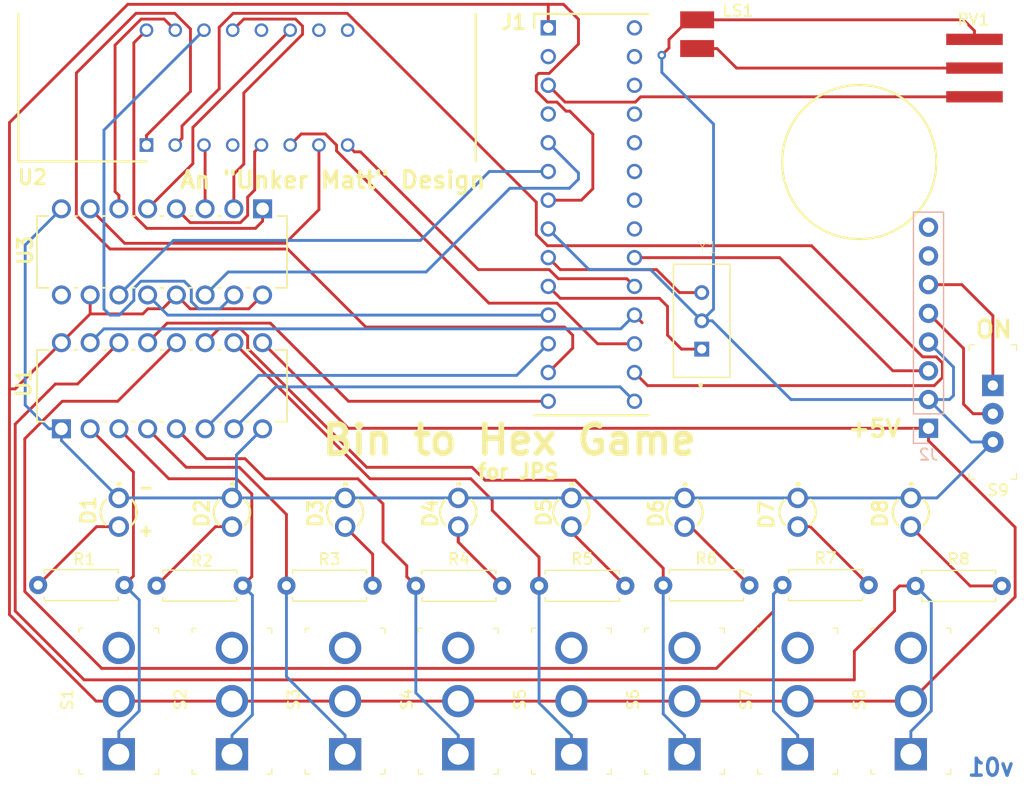
<source format=kicad_pcb>
(kicad_pcb (version 20171130) (host pcbnew "(5.0.2)-1")

  (general
    (thickness 1.6)
    (drawings 17)
    (tracks 382)
    (zones 0)
    (modules 33)
    (nets 66)
  )

  (page A4)
  (title_block
    (title "Binary to Hex Game")
    (date 2019-11-02)
    (rev v01)
    (comment 4 "Author: Matt Clemons")
  )

  (layers
    (0 F.Cu signal)
    (31 B.Cu signal)
    (32 B.Adhes user)
    (33 F.Adhes user)
    (34 B.Paste user)
    (35 F.Paste user)
    (36 B.SilkS user)
    (37 F.SilkS user)
    (38 B.Mask user)
    (39 F.Mask user)
    (40 Dwgs.User user)
    (41 Cmts.User user)
    (42 Eco1.User user)
    (43 Eco2.User user)
    (44 Edge.Cuts user)
    (45 Margin user)
    (46 B.CrtYd user)
    (47 F.CrtYd user)
    (48 B.Fab user)
    (49 F.Fab user)
  )

  (setup
    (last_trace_width 0.254)
    (trace_clearance 0.254)
    (zone_clearance 0.508)
    (zone_45_only no)
    (trace_min 0.006)
    (segment_width 0.2)
    (edge_width 0.2)
    (via_size 0.762)
    (via_drill 0.381)
    (via_min_size 0.027)
    (via_min_drill 0.3302)
    (uvia_size 0.762)
    (uvia_drill 0.381)
    (uvias_allowed no)
    (uvia_min_size 0.2)
    (uvia_min_drill 0.1)
    (pcb_text_width 0.3)
    (pcb_text_size 1.5 1.5)
    (mod_edge_width 0.15)
    (mod_text_size 1 1)
    (mod_text_width 0.15)
    (pad_size 1.524 1.524)
    (pad_drill 0.762)
    (pad_to_mask_clearance 0.0508)
    (solder_mask_min_width 0.25)
    (aux_axis_origin 0 0)
    (visible_elements 7FFFFFFF)
    (pcbplotparams
      (layerselection 0x010f0_ffffffff)
      (usegerberextensions false)
      (usegerberattributes false)
      (usegerberadvancedattributes false)
      (creategerberjobfile false)
      (excludeedgelayer true)
      (linewidth 0.100000)
      (plotframeref false)
      (viasonmask false)
      (mode 1)
      (useauxorigin false)
      (hpglpennumber 1)
      (hpglpenspeed 20)
      (hpglpendiameter 15.000000)
      (psnegative false)
      (psa4output false)
      (plotreference true)
      (plotvalue false)
      (plotinvisibletext false)
      (padsonsilk false)
      (subtractmaskfromsilk false)
      (outputformat 1)
      (mirror false)
      (drillshape 0)
      (scaleselection 1)
      (outputdirectory "gerbers/"))
  )

  (net 0 "")
  (net 1 "Net-(D1-Pad2)")
  (net 2 GND)
  (net 3 "Net-(D2-Pad2)")
  (net 4 "Net-(D3-Pad2)")
  (net 5 "Net-(D4-Pad2)")
  (net 6 "Net-(D5-Pad2)")
  (net 7 "Net-(D6-Pad2)")
  (net 8 "Net-(D7-Pad2)")
  (net 9 "Net-(D8-Pad2)")
  (net 10 "Net-(J1-Pad2)")
  (net 11 "Net-(J1-Pad3)")
  (net 12 /LBO)
  (net 13 "Net-(J1-Pad5)")
  (net 14 "Net-(J1-Pad6)")
  (net 15 +5V)
  (net 16 "Net-(J1-Pad9)")
  (net 17 "Net-(J1-Pad10)")
  (net 18 "Net-(J1-Pad11)")
  (net 19 "Net-(J1-Pad12)")
  (net 20 "Net-(J1-Pad13)")
  (net 21 "Net-(J1-Pad14)")
  (net 22 "Net-(J1-Pad15)")
  (net 23 "Net-(J1-Pad16)")
  (net 24 "Net-(J1-Pad17)")
  (net 25 "Net-(J1-Pad18)")
  (net 26 "Net-(J1-Pad19)")
  (net 27 "Net-(J1-Pad21)")
  (net 28 "Net-(J1-Pad22)")
  (net 29 "Net-(J1-Pad23)")
  (net 30 "Net-(J1-Pad24)")
  (net 31 "Net-(J1-Pad25)")
  (net 32 "Net-(J1-Pad26)")
  (net 33 "Net-(J1-Pad27)")
  (net 34 "Net-(J1-Pad28)")
  (net 35 "Net-(J2-Pad5)")
  (net 36 "Net-(J2-Pad6)")
  (net 37 "Net-(LS1-Pad1)")
  (net 38 "Net-(R1-Pad1)")
  (net 39 "Net-(R2-Pad1)")
  (net 40 "Net-(R3-Pad1)")
  (net 41 "Net-(R4-Pad1)")
  (net 42 "Net-(R5-Pad1)")
  (net 43 "Net-(R6-Pad1)")
  (net 44 "Net-(R7-Pad1)")
  (net 45 "Net-(R8-Pad1)")
  (net 46 "Net-(U2-Pad3)")
  (net 47 "Net-(U2-Pad5)")
  (net 48 "Net-(U2-Pad7)")
  (net 49 "Net-(U2-Pad11)")
  (net 50 "Net-(U2-Pad13)")
  (net 51 "Net-(U2-Pad14)")
  (net 52 "Net-(U2-Pad15)")
  (net 53 "Net-(U2-Pad16)")
  (net 54 "Net-(U3-Pad9)")
  (net 55 "Net-(J2-Pad7)")
  (net 56 "Net-(J2-Pad8)")
  (net 57 "Net-(J1-Pad4)")
  (net 58 "Net-(S1-Pad3)")
  (net 59 "Net-(S2-Pad3)")
  (net 60 "Net-(S3-Pad3)")
  (net 61 "Net-(S4-Pad3)")
  (net 62 "Net-(S5-Pad3)")
  (net 63 "Net-(S6-Pad3)")
  (net 64 "Net-(S7-Pad3)")
  (net 65 "Net-(S8-Pad3)")

  (net_class Default "This is the default net class."
    (clearance 0.254)
    (trace_width 0.254)
    (via_dia 0.762)
    (via_drill 0.381)
    (uvia_dia 0.762)
    (uvia_drill 0.381)
    (add_net +5V)
    (add_net /LBO)
    (add_net GND)
    (add_net "Net-(D1-Pad2)")
    (add_net "Net-(D2-Pad2)")
    (add_net "Net-(D3-Pad2)")
    (add_net "Net-(D4-Pad2)")
    (add_net "Net-(D5-Pad2)")
    (add_net "Net-(D6-Pad2)")
    (add_net "Net-(D7-Pad2)")
    (add_net "Net-(D8-Pad2)")
    (add_net "Net-(J1-Pad10)")
    (add_net "Net-(J1-Pad11)")
    (add_net "Net-(J1-Pad12)")
    (add_net "Net-(J1-Pad13)")
    (add_net "Net-(J1-Pad14)")
    (add_net "Net-(J1-Pad15)")
    (add_net "Net-(J1-Pad16)")
    (add_net "Net-(J1-Pad17)")
    (add_net "Net-(J1-Pad18)")
    (add_net "Net-(J1-Pad19)")
    (add_net "Net-(J1-Pad2)")
    (add_net "Net-(J1-Pad21)")
    (add_net "Net-(J1-Pad22)")
    (add_net "Net-(J1-Pad23)")
    (add_net "Net-(J1-Pad24)")
    (add_net "Net-(J1-Pad25)")
    (add_net "Net-(J1-Pad26)")
    (add_net "Net-(J1-Pad27)")
    (add_net "Net-(J1-Pad28)")
    (add_net "Net-(J1-Pad3)")
    (add_net "Net-(J1-Pad4)")
    (add_net "Net-(J1-Pad5)")
    (add_net "Net-(J1-Pad6)")
    (add_net "Net-(J1-Pad9)")
    (add_net "Net-(J2-Pad5)")
    (add_net "Net-(J2-Pad6)")
    (add_net "Net-(J2-Pad7)")
    (add_net "Net-(J2-Pad8)")
    (add_net "Net-(LS1-Pad1)")
    (add_net "Net-(R1-Pad1)")
    (add_net "Net-(R2-Pad1)")
    (add_net "Net-(R3-Pad1)")
    (add_net "Net-(R4-Pad1)")
    (add_net "Net-(R5-Pad1)")
    (add_net "Net-(R6-Pad1)")
    (add_net "Net-(R7-Pad1)")
    (add_net "Net-(R8-Pad1)")
    (add_net "Net-(S1-Pad3)")
    (add_net "Net-(S2-Pad3)")
    (add_net "Net-(S3-Pad3)")
    (add_net "Net-(S4-Pad3)")
    (add_net "Net-(S5-Pad3)")
    (add_net "Net-(S6-Pad3)")
    (add_net "Net-(S7-Pad3)")
    (add_net "Net-(S8-Pad3)")
    (add_net "Net-(U2-Pad11)")
    (add_net "Net-(U2-Pad13)")
    (add_net "Net-(U2-Pad14)")
    (add_net "Net-(U2-Pad15)")
    (add_net "Net-(U2-Pad16)")
    (add_net "Net-(U2-Pad3)")
    (add_net "Net-(U2-Pad5)")
    (add_net "Net-(U2-Pad7)")
    (add_net "Net-(U3-Pad9)")
  )

  (module digikey-footprints:Switch_Slide_11.6x4mm_EG1218 (layer F.Cu) (tedit 5A1EC915) (tstamp 5DCB99C0)
    (at 187.2488 105.283 270)
    (descr http://spec_sheets.e-switch.com/specs/P040040.pdf)
    (path /5DBDCB75)
    (fp_text reference S9 (at 9.271 -0.4572) (layer F.SilkS)
      (effects (font (size 1 1) (thickness 0.15)))
    )
    (fp_text value EG1218 (at 5.334 -1.7272 270) (layer F.Fab)
      (effects (font (size 1 1) (thickness 0.15)))
    )
    (fp_text user %R (at 2.5 0 270) (layer F.Fab)
      (effects (font (size 1 1) (thickness 0.15)))
    )
    (fp_line (start -3.67 2.25) (end -3.67 -2.25) (layer F.CrtYd) (width 0.05))
    (fp_line (start -3.67 2.25) (end 8.43 2.25) (layer F.CrtYd) (width 0.05))
    (fp_line (start 8.43 2.25) (end 8.43 -2.25) (layer F.CrtYd) (width 0.05))
    (fp_line (start -3.67 -2.25) (end 8.43 -2.25) (layer F.CrtYd) (width 0.05))
    (fp_line (start 8.3 2.1) (end 7.8 2.1) (layer F.SilkS) (width 0.1))
    (fp_line (start 8.3 2.1) (end 8.3 1.6) (layer F.SilkS) (width 0.1))
    (fp_line (start -3.6 2.1) (end -3.1 2.1) (layer F.SilkS) (width 0.1))
    (fp_line (start -3.6 2.1) (end -3.6 1.6) (layer F.SilkS) (width 0.1))
    (fp_line (start -3.6 -2.1) (end -3.1 -2.1) (layer F.SilkS) (width 0.1))
    (fp_line (start -3.6 -2.1) (end -3.6 -1.6) (layer F.SilkS) (width 0.1))
    (fp_line (start 8.3 -2.1) (end 8.3 -1.6) (layer F.SilkS) (width 0.1))
    (fp_line (start 8.3 -2.1) (end 7.8 -2.1) (layer F.SilkS) (width 0.1))
    (fp_line (start -3.42 2) (end 8.18 2) (layer F.Fab) (width 0.1))
    (fp_line (start 8.18 2) (end 8.18 -2) (layer F.Fab) (width 0.1))
    (fp_line (start -3.42 2) (end -3.42 -2) (layer F.Fab) (width 0.1))
    (fp_line (start -3.42 -2) (end 8.18 -2) (layer F.Fab) (width 0.1))
    (pad 1 thru_hole rect (at 0 0 270) (size 1.9 1.9) (drill 0.9) (layers *.Cu *.Mask)
      (net 36 "Net-(J2-Pad6)"))
    (pad 2 thru_hole circle (at 2.5 0 270) (size 1.9 1.9) (drill 0.9) (layers *.Cu *.Mask)
      (net 35 "Net-(J2-Pad5)"))
    (pad 3 thru_hole circle (at 5 0 270) (size 1.9 1.9) (drill 0.9) (layers *.Cu *.Mask)
      (net 2 GND))
  )

  (module SamacSys_Parts:LTC4627JR (layer F.Cu) (tedit 5DBCC3B5) (tstamp 5DCB97DA)
    (at 112.4458 84.0232 90)
    (descr DIL-14)
    (tags Display)
    (path /5DC16DB1)
    (fp_text reference U2 (at -2.8448 -10.0838 180) (layer F.SilkS)
      (effects (font (size 1.27 1.27) (thickness 0.254)))
    )
    (fp_text value LTC4627JR (at 4.2672 16.4592 180) (layer F.SilkS) hide
      (effects (font (size 1.27 1.27) (thickness 0.254)))
    )
    (fp_text user %R (at 0 0 90) (layer F.Fab)
      (effects (font (size 1.27 1.27) (thickness 0.254)))
    )
    (fp_line (start -1.695 -11.575) (end 11.855 -11.575) (layer F.CrtYd) (width 0.05))
    (fp_line (start 11.855 -11.575) (end 11.855 29.355) (layer F.CrtYd) (width 0.05))
    (fp_line (start 11.855 29.355) (end -1.695 29.355) (layer F.CrtYd) (width 0.05))
    (fp_line (start -1.695 29.355) (end -1.695 -11.575) (layer F.CrtYd) (width 0.05))
    (fp_line (start -1.445 -11.325) (end 11.605 -11.325) (layer F.Fab) (width 0.1))
    (fp_line (start 11.605 -11.325) (end 11.605 29.105) (layer F.Fab) (width 0.1))
    (fp_line (start 11.605 29.105) (end -1.445 29.105) (layer F.Fab) (width 0.1))
    (fp_line (start -1.445 29.105) (end -1.445 -11.325) (layer F.Fab) (width 0.1))
    (fp_line (start -1.445 -10.055) (end -0.175 -11.325) (layer F.Fab) (width 0.1))
    (fp_line (start -1.445 29.105) (end 11.605 29.105) (layer F.SilkS) (width 0.2))
    (fp_line (start 11.605 -11.325) (end -1.445 -11.325) (layer F.SilkS) (width 0.2))
    (fp_line (start -1.445 -11.325) (end -1.445 0) (layer F.SilkS) (width 0.2))
    (pad 1 thru_hole rect (at 0 0 90) (size 1.2 1.2) (drill 0.8) (layers *.Cu *.Mask)
      (net 20 "Net-(J1-Pad13)"))
    (pad 2 thru_hole circle (at 0 2.54 90) (size 1.2 1.2) (drill 0.8) (layers *.Cu *.Mask)
      (net 23 "Net-(J1-Pad16)"))
    (pad 3 thru_hole circle (at 0 5.08 90) (size 1.2 1.2) (drill 0.8) (layers *.Cu *.Mask)
      (net 46 "Net-(U2-Pad3)"))
    (pad 4 thru_hole circle (at 0 7.62 90) (size 1.2 1.2) (drill 0.8) (layers *.Cu *.Mask))
    (pad 5 thru_hole circle (at 0 10.16 90) (size 1.2 1.2) (drill 0.8) (layers *.Cu *.Mask)
      (net 47 "Net-(U2-Pad5)"))
    (pad 6 thru_hole circle (at 0 12.7 90) (size 1.2 1.2) (drill 0.8) (layers *.Cu *.Mask)
      (net 24 "Net-(J1-Pad17)"))
    (pad 7 thru_hole circle (at 0 15.24 90) (size 1.2 1.2) (drill 0.8) (layers *.Cu *.Mask)
      (net 48 "Net-(U2-Pad7)"))
    (pad 8 thru_hole circle (at 0 17.78 90) (size 1.2 1.2) (drill 0.8) (layers *.Cu *.Mask)
      (net 26 "Net-(J1-Pad19)"))
    (pad 9 thru_hole circle (at 10.16 17.78 90) (size 1.2 1.2) (drill 0.8) (layers *.Cu *.Mask))
    (pad 10 thru_hole circle (at 10.16 15.24 90) (size 1.2 1.2) (drill 0.8) (layers *.Cu *.Mask))
    (pad 11 thru_hole circle (at 10.16 12.7 90) (size 1.2 1.2) (drill 0.8) (layers *.Cu *.Mask)
      (net 49 "Net-(U2-Pad11)"))
    (pad 12 thru_hole circle (at 10.16 10.16 90) (size 1.2 1.2) (drill 0.8) (layers *.Cu *.Mask))
    (pad 13 thru_hole circle (at 10.16 7.62 90) (size 1.2 1.2) (drill 0.8) (layers *.Cu *.Mask)
      (net 50 "Net-(U2-Pad13)"))
    (pad 14 thru_hole circle (at 10.16 5.08 90) (size 1.2 1.2) (drill 0.8) (layers *.Cu *.Mask)
      (net 51 "Net-(U2-Pad14)"))
    (pad 15 thru_hole circle (at 10.16 2.54 90) (size 1.2 1.2) (drill 0.8) (layers *.Cu *.Mask)
      (net 52 "Net-(U2-Pad15)"))
    (pad 16 thru_hole circle (at 10.16 0 90) (size 1.2 1.2) (drill 0.8) (layers *.Cu *.Mask)
      (net 53 "Net-(U2-Pad16)"))
  )

  (module digikey-footprints:Toggle_Switch_100SP1T1B4M2QE (layer F.Cu) (tedit 5AF5CA0B) (tstamp 5DCB978A)
    (at 180 137.8984 90)
    (descr http://spec_sheets.e-switch.com/specs/T111597.pdf)
    (path /5DC08ECB)
    (fp_text reference S8 (at 4.84 -4.55 90) (layer F.SilkS)
      (effects (font (size 1 1) (thickness 0.15)))
    )
    (fp_text value * (at 4.65 4.82 90) (layer F.Fab)
      (effects (font (size 1 1) (thickness 0.15)))
    )
    (fp_line (start -1.65 -3.43) (end 11.05 -3.43) (layer F.Fab) (width 0.1))
    (fp_line (start -1.65 3.43) (end 11.05 3.43) (layer F.Fab) (width 0.1))
    (fp_line (start -1.65 -3.43) (end -1.65 3.43) (layer F.Fab) (width 0.1))
    (fp_line (start 11.05 3.43) (end 11.05 -3.43) (layer F.Fab) (width 0.1))
    (fp_line (start 11.15 -3.525) (end 11.15 -3.175) (layer F.SilkS) (width 0.1))
    (fp_line (start 10.775 -3.525) (end 11.15 -3.525) (layer F.SilkS) (width 0.1))
    (fp_line (start -1.75 -3.525) (end -1.35 -3.525) (layer F.SilkS) (width 0.1))
    (fp_line (start -1.75 -3.525) (end -1.75 -3.15) (layer F.SilkS) (width 0.1))
    (fp_line (start -1.75 3.525) (end -1.75 3.1) (layer F.SilkS) (width 0.1))
    (fp_line (start -1.75 3.525) (end -1.3 3.525) (layer F.SilkS) (width 0.1))
    (fp_line (start 11.125 3.525) (end 10.675 3.525) (layer F.SilkS) (width 0.1))
    (fp_line (start 11.15 3.525) (end 11.15 3.1) (layer F.SilkS) (width 0.1))
    (fp_text user %R (at 4.7 0 90) (layer F.Fab)
      (effects (font (size 1 1) (thickness 0.15)))
    )
    (fp_line (start -1.9 -3.68) (end 11.3 -3.68) (layer F.CrtYd) (width 0.05))
    (fp_line (start -1.9 3.68) (end -1.9 -3.68) (layer F.CrtYd) (width 0.05))
    (fp_line (start 11.3 3.68) (end -1.9 3.68) (layer F.CrtYd) (width 0.05))
    (fp_line (start 11.3 -3.68) (end 11.3 3.68) (layer F.CrtYd) (width 0.05))
    (fp_circle (center 4.7 0) (end 4.7 3.4) (layer F.Fab) (width 0.1))
    (pad 3 thru_hole circle (at 9.4 0 90) (size 2.85 2.85) (drill 1.85) (layers *.Cu *.Mask)
      (net 65 "Net-(S8-Pad3)"))
    (pad 2 thru_hole circle (at 4.7 0 90) (size 2.85 2.85) (drill 1.85) (layers *.Cu *.Mask)
      (net 15 +5V))
    (pad 1 thru_hole rect (at 0 0 90) (size 2.85 2.85) (drill 1.85) (layers *.Cu *.Mask)
      (net 45 "Net-(R8-Pad1)"))
  )

  (module digikey-footprints:Toggle_Switch_100SP1T1B4M2QE (layer F.Cu) (tedit 5AF5CA0B) (tstamp 5DCB9A4E)
    (at 120 137.8984 90)
    (descr http://spec_sheets.e-switch.com/specs/T111597.pdf)
    (path /5DC089F1)
    (fp_text reference S2 (at 4.84 -4.55 90) (layer F.SilkS)
      (effects (font (size 1 1) (thickness 0.15)))
    )
    (fp_text value * (at 4.65 4.82 90) (layer F.Fab)
      (effects (font (size 1 1) (thickness 0.15)))
    )
    (fp_line (start -1.65 -3.43) (end 11.05 -3.43) (layer F.Fab) (width 0.1))
    (fp_line (start -1.65 3.43) (end 11.05 3.43) (layer F.Fab) (width 0.1))
    (fp_line (start -1.65 -3.43) (end -1.65 3.43) (layer F.Fab) (width 0.1))
    (fp_line (start 11.05 3.43) (end 11.05 -3.43) (layer F.Fab) (width 0.1))
    (fp_line (start 11.15 -3.525) (end 11.15 -3.175) (layer F.SilkS) (width 0.1))
    (fp_line (start 10.775 -3.525) (end 11.15 -3.525) (layer F.SilkS) (width 0.1))
    (fp_line (start -1.75 -3.525) (end -1.35 -3.525) (layer F.SilkS) (width 0.1))
    (fp_line (start -1.75 -3.525) (end -1.75 -3.15) (layer F.SilkS) (width 0.1))
    (fp_line (start -1.75 3.525) (end -1.75 3.1) (layer F.SilkS) (width 0.1))
    (fp_line (start -1.75 3.525) (end -1.3 3.525) (layer F.SilkS) (width 0.1))
    (fp_line (start 11.125 3.525) (end 10.675 3.525) (layer F.SilkS) (width 0.1))
    (fp_line (start 11.15 3.525) (end 11.15 3.1) (layer F.SilkS) (width 0.1))
    (fp_text user %R (at 4.7 0 90) (layer F.Fab)
      (effects (font (size 1 1) (thickness 0.15)))
    )
    (fp_line (start -1.9 -3.68) (end 11.3 -3.68) (layer F.CrtYd) (width 0.05))
    (fp_line (start -1.9 3.68) (end -1.9 -3.68) (layer F.CrtYd) (width 0.05))
    (fp_line (start 11.3 3.68) (end -1.9 3.68) (layer F.CrtYd) (width 0.05))
    (fp_line (start 11.3 -3.68) (end 11.3 3.68) (layer F.CrtYd) (width 0.05))
    (fp_circle (center 4.7 0) (end 4.7 3.4) (layer F.Fab) (width 0.1))
    (pad 3 thru_hole circle (at 9.4 0 90) (size 2.85 2.85) (drill 1.85) (layers *.Cu *.Mask)
      (net 59 "Net-(S2-Pad3)"))
    (pad 2 thru_hole circle (at 4.7 0 90) (size 2.85 2.85) (drill 1.85) (layers *.Cu *.Mask)
      (net 15 +5V))
    (pad 1 thru_hole rect (at 0 0 90) (size 2.85 2.85) (drill 1.85) (layers *.Cu *.Mask)
      (net 39 "Net-(R2-Pad1)"))
  )

  (module SamacSys_Parts:TLUR4400 (layer F.Cu) (tedit 0) (tstamp 5DCB9E15)
    (at 110 116.5 270)
    (descr TLUR4400)
    (tags LED)
    (path /5DB7AC86)
    (fp_text reference D1 (at -0.168 2.685 270) (layer F.SilkS)
      (effects (font (size 1.27 1.27) (thickness 0.254)))
    )
    (fp_text value LED (at -0.349 -0.099 270) (layer F.SilkS) hide
      (effects (font (size 1.27 1.27) (thickness 0.254)))
    )
    (fp_arc (start 0 0) (end 1.11243 1.15) (angle 88.1) (layer F.SilkS) (width 0.2))
    (fp_arc (start 0 0) (end -1.11243 -1.15) (angle 88.1) (layer F.SilkS) (width 0.2))
    (fp_circle (center -2.485 -0.037) (end -2.485 -0.011) (layer F.SilkS) (width 0.2))
    (fp_circle (center 0 0) (end 0 1.6) (layer F.Fab) (width 0.2))
    (fp_text user %R (at -0.349 -0.099 270) (layer F.Fab)
      (effects (font (size 1.27 1.27) (thickness 0.254)))
    )
    (pad 2 thru_hole circle (at 1.27 0 270) (size 1.8 1.8) (drill 1.16) (layers *.Cu *.Mask)
      (net 1 "Net-(D1-Pad2)"))
    (pad 1 thru_hole circle (at -1.27 0 270) (size 1.8 1.8) (drill 1.16) (layers *.Cu *.Mask)
      (net 2 GND))
  )

  (module SamacSys_Parts:TLUR4400 (layer F.Cu) (tedit 0) (tstamp 5DCB9D97)
    (at 120 116.5 270)
    (descr TLUR4400)
    (tags LED)
    (path /5DB7AE86)
    (fp_text reference D2 (at 0.086 2.652 270) (layer F.SilkS)
      (effects (font (size 1.27 1.27) (thickness 0.254)))
    )
    (fp_text value LED (at -0.349 -0.099 270) (layer F.SilkS) hide
      (effects (font (size 1.27 1.27) (thickness 0.254)))
    )
    (fp_text user %R (at -0.349 -0.099 270) (layer F.Fab)
      (effects (font (size 1.27 1.27) (thickness 0.254)))
    )
    (fp_circle (center 0 0) (end 0 1.6) (layer F.Fab) (width 0.2))
    (fp_circle (center -2.485 -0.037) (end -2.485 -0.011) (layer F.SilkS) (width 0.2))
    (fp_arc (start 0 0) (end -1.11243 -1.15) (angle 88.1) (layer F.SilkS) (width 0.2))
    (fp_arc (start 0 0) (end 1.11243 1.15) (angle 88.1) (layer F.SilkS) (width 0.2))
    (pad 1 thru_hole circle (at -1.27 0 270) (size 1.8 1.8) (drill 1.16) (layers *.Cu *.Mask)
      (net 2 GND))
    (pad 2 thru_hole circle (at 1.27 0 270) (size 1.8 1.8) (drill 1.16) (layers *.Cu *.Mask)
      (net 3 "Net-(D2-Pad2)"))
  )

  (module SamacSys_Parts:TLUR4400 (layer F.Cu) (tedit 0) (tstamp 5DCB9D79)
    (at 130 116.5 270)
    (descr TLUR4400)
    (tags LED)
    (path /5DB7AFDA)
    (fp_text reference D3 (at 0.086 2.619 270) (layer F.SilkS)
      (effects (font (size 1.27 1.27) (thickness 0.254)))
    )
    (fp_text value LED (at -0.349 -0.099 270) (layer F.SilkS) hide
      (effects (font (size 1.27 1.27) (thickness 0.254)))
    )
    (fp_arc (start 0 0) (end 1.11243 1.15) (angle 88.1) (layer F.SilkS) (width 0.2))
    (fp_arc (start 0 0) (end -1.11243 -1.15) (angle 88.1) (layer F.SilkS) (width 0.2))
    (fp_circle (center -2.485 -0.037) (end -2.485 -0.011) (layer F.SilkS) (width 0.2))
    (fp_circle (center 0 0) (end 0 1.6) (layer F.Fab) (width 0.2))
    (fp_text user %R (at -0.349 -0.099 270) (layer F.Fab)
      (effects (font (size 1.27 1.27) (thickness 0.254)))
    )
    (pad 2 thru_hole circle (at 1.27 0 270) (size 1.8 1.8) (drill 1.16) (layers *.Cu *.Mask)
      (net 4 "Net-(D3-Pad2)"))
    (pad 1 thru_hole circle (at -1.27 0 270) (size 1.8 1.8) (drill 1.16) (layers *.Cu *.Mask)
      (net 2 GND))
  )

  (module SamacSys_Parts:TLUR4400 (layer F.Cu) (tedit 0) (tstamp 5DCB9E51)
    (at 140 116.5 270)
    (descr TLUR4400)
    (tags LED)
    (path /5DB7B129)
    (fp_text reference D4 (at 0.086 2.459 270) (layer F.SilkS)
      (effects (font (size 1.27 1.27) (thickness 0.254)))
    )
    (fp_text value LED (at -0.349 -0.099 270) (layer F.SilkS) hide
      (effects (font (size 1.27 1.27) (thickness 0.254)))
    )
    (fp_text user %R (at -0.349 -0.099 270) (layer F.Fab)
      (effects (font (size 1.27 1.27) (thickness 0.254)))
    )
    (fp_circle (center 0 0) (end 0 1.6) (layer F.Fab) (width 0.2))
    (fp_circle (center -2.485 -0.037) (end -2.485 -0.011) (layer F.SilkS) (width 0.2))
    (fp_arc (start 0 0) (end -1.11243 -1.15) (angle 88.1) (layer F.SilkS) (width 0.2))
    (fp_arc (start 0 0) (end 1.11243 1.15) (angle 88.1) (layer F.SilkS) (width 0.2))
    (pad 1 thru_hole circle (at -1.27 0 270) (size 1.8 1.8) (drill 1.16) (layers *.Cu *.Mask)
      (net 2 GND))
    (pad 2 thru_hole circle (at 1.27 0 270) (size 1.8 1.8) (drill 1.16) (layers *.Cu *.Mask)
      (net 5 "Net-(D4-Pad2)"))
  )

  (module SamacSys_Parts:TLUR4400 (layer F.Cu) (tedit 0) (tstamp 5DCB9F95)
    (at 150 116.5 270)
    (descr TLUR4400)
    (tags LED)
    (path /5DB7B26B)
    (fp_text reference D5 (at 0 2.426 270) (layer F.SilkS)
      (effects (font (size 1.27 1.27) (thickness 0.254)))
    )
    (fp_text value LED (at -0.168 0.013 270) (layer F.SilkS) hide
      (effects (font (size 1.27 1.27) (thickness 0.254)))
    )
    (fp_arc (start 0 0) (end 1.11243 1.15) (angle 88.1) (layer F.SilkS) (width 0.2))
    (fp_arc (start 0 0) (end -1.11243 -1.15) (angle 88.1) (layer F.SilkS) (width 0.2))
    (fp_circle (center -2.485 -0.037) (end -2.485 -0.011) (layer F.SilkS) (width 0.2))
    (fp_circle (center 0 0) (end 0 1.6) (layer F.Fab) (width 0.2))
    (fp_text user %R (at -0.349 -0.099 270) (layer F.Fab)
      (effects (font (size 1.27 1.27) (thickness 0.254)))
    )
    (pad 2 thru_hole circle (at 1.27 0 270) (size 1.8 1.8) (drill 1.16) (layers *.Cu *.Mask)
      (net 6 "Net-(D5-Pad2)"))
    (pad 1 thru_hole circle (at -1.27 0 270) (size 1.8 1.8) (drill 1.16) (layers *.Cu *.Mask)
      (net 2 GND))
  )

  (module SamacSys_Parts:TLUR4400 (layer F.Cu) (tedit 0) (tstamp 5DCB9F35)
    (at 160 116.5 270)
    (descr TLUR4400)
    (tags LED)
    (path /5DB7B3C8)
    (fp_text reference D6 (at 0.086 2.52 270) (layer F.SilkS)
      (effects (font (size 1.27 1.27) (thickness 0.254)))
    )
    (fp_text value LED (at -0.349 -0.099 270) (layer F.SilkS) hide
      (effects (font (size 1.27 1.27) (thickness 0.254)))
    )
    (fp_text user %R (at -0.349 -0.099 270) (layer F.Fab)
      (effects (font (size 1.27 1.27) (thickness 0.254)))
    )
    (fp_circle (center 0 0) (end 0 1.6) (layer F.Fab) (width 0.2))
    (fp_circle (center -2.485 -0.037) (end -2.485 -0.011) (layer F.SilkS) (width 0.2))
    (fp_arc (start 0 0) (end -1.11243 -1.15) (angle 88.1) (layer F.SilkS) (width 0.2))
    (fp_arc (start 0 0) (end 1.11243 1.15) (angle 88.1) (layer F.SilkS) (width 0.2))
    (pad 1 thru_hole circle (at -1.27 0 270) (size 1.8 1.8) (drill 1.16) (layers *.Cu *.Mask)
      (net 2 GND))
    (pad 2 thru_hole circle (at 1.27 0 270) (size 1.8 1.8) (drill 1.16) (layers *.Cu *.Mask)
      (net 7 "Net-(D6-Pad2)"))
  )

  (module SamacSys_Parts:TLUR4400 (layer F.Cu) (tedit 0) (tstamp 5DCB9DF7)
    (at 170 116.5 270)
    (descr TLUR4400)
    (tags LED)
    (path /5DB7B506)
    (fp_text reference D7 (at 0.213 2.741 270) (layer F.SilkS)
      (effects (font (size 1.27 1.27) (thickness 0.254)))
    )
    (fp_text value LED (at -0.349 -0.099 270) (layer F.SilkS) hide
      (effects (font (size 1.27 1.27) (thickness 0.254)))
    )
    (fp_arc (start 0 0) (end 1.11243 1.15) (angle 88.1) (layer F.SilkS) (width 0.2))
    (fp_arc (start 0 0) (end -1.11243 -1.15) (angle 88.1) (layer F.SilkS) (width 0.2))
    (fp_circle (center -2.485 -0.037) (end -2.485 -0.011) (layer F.SilkS) (width 0.2))
    (fp_circle (center 0 0) (end 0 1.6) (layer F.Fab) (width 0.2))
    (fp_text user %R (at -0.349 -0.099 270) (layer F.Fab)
      (effects (font (size 1.27 1.27) (thickness 0.254)))
    )
    (pad 2 thru_hole circle (at 1.27 0 270) (size 1.8 1.8) (drill 1.16) (layers *.Cu *.Mask)
      (net 8 "Net-(D7-Pad2)"))
    (pad 1 thru_hole circle (at -1.27 0 270) (size 1.8 1.8) (drill 1.16) (layers *.Cu *.Mask)
      (net 2 GND))
  )

  (module SamacSys_Parts:TLUR4400 (layer F.Cu) (tedit 0) (tstamp 5DCB9E33)
    (at 180 116.5 270)
    (descr TLUR4400)
    (tags LED)
    (path /5DB7B64F)
    (fp_text reference D8 (at 0.086 2.708 270) (layer F.SilkS)
      (effects (font (size 1.27 1.27) (thickness 0.254)))
    )
    (fp_text value LED (at -0.349 -0.099 270) (layer F.SilkS) hide
      (effects (font (size 1.27 1.27) (thickness 0.254)))
    )
    (fp_text user %R (at -0.349 -0.099 270) (layer F.Fab)
      (effects (font (size 1.27 1.27) (thickness 0.254)))
    )
    (fp_circle (center 0 0) (end 0 1.6) (layer F.Fab) (width 0.2))
    (fp_circle (center -2.485 -0.037) (end -2.485 -0.011) (layer F.SilkS) (width 0.2))
    (fp_arc (start 0 0) (end -1.11243 -1.15) (angle 88.1) (layer F.SilkS) (width 0.2))
    (fp_arc (start 0 0) (end 1.11243 1.15) (angle 88.1) (layer F.SilkS) (width 0.2))
    (pad 1 thru_hole circle (at -1.27 0 270) (size 1.8 1.8) (drill 1.16) (layers *.Cu *.Mask)
      (net 2 GND))
    (pad 2 thru_hole circle (at 1.27 0 270) (size 1.8 1.8) (drill 1.16) (layers *.Cu *.Mask)
      (net 9 "Net-(D8-Pad2)"))
  )

  (module Resistor_THT:R_Axial_DIN0207_L6.3mm_D2.5mm_P7.62mm_Horizontal (layer F.Cu) (tedit 5DBED93A) (tstamp 5DBED825)
    (at 110.49 122.936 180)
    (descr "Resistor, Axial_DIN0207 series, Axial, Horizontal, pin pitch=7.62mm, 0.25W = 1/4W, length*diameter=6.3*2.5mm^2, http://cdn-reichelt.de/documents/datenblatt/B400/1_4W%23YAG.pdf")
    (tags "Resistor Axial_DIN0207 series Axial Horizontal pin pitch 7.62mm 0.25W = 1/4W length 6.3mm diameter 2.5mm")
    (path /5DB7B7DC)
    (fp_text reference R1 (at 3.556 2.286 180) (layer F.SilkS)
      (effects (font (size 1 1) (thickness 0.15)))
    )
    (fp_text value 220 (at 3.81 -2.413 180) (layer F.Fab)
      (effects (font (size 1 1) (thickness 0.15)))
    )
    (fp_text user %R (at 3.81 0 180) (layer F.Fab)
      (effects (font (size 1 1) (thickness 0.15)))
    )
    (fp_line (start 8.67 -1.5) (end -1.05 -1.5) (layer F.CrtYd) (width 0.05))
    (fp_line (start 8.67 1.5) (end 8.67 -1.5) (layer F.CrtYd) (width 0.05))
    (fp_line (start -1.05 1.5) (end 8.67 1.5) (layer F.CrtYd) (width 0.05))
    (fp_line (start -1.05 -1.5) (end -1.05 1.5) (layer F.CrtYd) (width 0.05))
    (fp_line (start 7.08 1.37) (end 7.08 1.04) (layer F.SilkS) (width 0.12))
    (fp_line (start 0.54 1.37) (end 7.08 1.37) (layer F.SilkS) (width 0.12))
    (fp_line (start 0.54 1.04) (end 0.54 1.37) (layer F.SilkS) (width 0.12))
    (fp_line (start 7.08 -1.37) (end 7.08 -1.04) (layer F.SilkS) (width 0.12))
    (fp_line (start 0.54 -1.37) (end 7.08 -1.37) (layer F.SilkS) (width 0.12))
    (fp_line (start 0.54 -1.04) (end 0.54 -1.37) (layer F.SilkS) (width 0.12))
    (fp_line (start 7.62 0) (end 6.96 0) (layer F.Fab) (width 0.1))
    (fp_line (start 0 0) (end 0.66 0) (layer F.Fab) (width 0.1))
    (fp_line (start 6.96 -1.25) (end 0.66 -1.25) (layer F.Fab) (width 0.1))
    (fp_line (start 6.96 1.25) (end 6.96 -1.25) (layer F.Fab) (width 0.1))
    (fp_line (start 0.66 1.25) (end 6.96 1.25) (layer F.Fab) (width 0.1))
    (fp_line (start 0.66 -1.25) (end 0.66 1.25) (layer F.Fab) (width 0.1))
    (pad 2 thru_hole oval (at 7.62 0 180) (size 1.6 1.6) (drill 0.8) (layers *.Cu *.Mask)
      (net 1 "Net-(D1-Pad2)"))
    (pad 1 thru_hole circle (at 0 0 180) (size 1.6 1.6) (drill 0.8) (layers *.Cu *.Mask)
      (net 38 "Net-(R1-Pad1)"))
    (model ${KISYS3DMOD}/Resistor_THT.3dshapes/R_Axial_DIN0207_L6.3mm_D2.5mm_P7.62mm_Horizontal.wrl
      (at (xyz 0 0 0))
      (scale (xyz 1 1 1))
      (rotate (xyz 0 0 0))
    )
  )

  (module Resistor_THT:R_Axial_DIN0207_L6.3mm_D2.5mm_P7.62mm_Horizontal (layer F.Cu) (tedit 5DBED93D) (tstamp 5DCB9DC1)
    (at 120.9548 122.9868 180)
    (descr "Resistor, Axial_DIN0207 series, Axial, Horizontal, pin pitch=7.62mm, 0.25W = 1/4W, length*diameter=6.3*2.5mm^2, http://cdn-reichelt.de/documents/datenblatt/B400/1_4W%23YAG.pdf")
    (tags "Resistor Axial_DIN0207 series Axial Horizontal pin pitch 7.62mm 0.25W = 1/4W length 6.3mm diameter 2.5mm")
    (path /5DB7B9A8)
    (fp_text reference R2 (at 3.6068 2.2098 180) (layer F.SilkS)
      (effects (font (size 1 1) (thickness 0.15)))
    )
    (fp_text value 220 (at 3.7338 -2.3622 180) (layer F.Fab)
      (effects (font (size 1 1) (thickness 0.15)))
    )
    (fp_line (start 0.66 -1.25) (end 0.66 1.25) (layer F.Fab) (width 0.1))
    (fp_line (start 0.66 1.25) (end 6.96 1.25) (layer F.Fab) (width 0.1))
    (fp_line (start 6.96 1.25) (end 6.96 -1.25) (layer F.Fab) (width 0.1))
    (fp_line (start 6.96 -1.25) (end 0.66 -1.25) (layer F.Fab) (width 0.1))
    (fp_line (start 0 0) (end 0.66 0) (layer F.Fab) (width 0.1))
    (fp_line (start 7.62 0) (end 6.96 0) (layer F.Fab) (width 0.1))
    (fp_line (start 0.54 -1.04) (end 0.54 -1.37) (layer F.SilkS) (width 0.12))
    (fp_line (start 0.54 -1.37) (end 7.08 -1.37) (layer F.SilkS) (width 0.12))
    (fp_line (start 7.08 -1.37) (end 7.08 -1.04) (layer F.SilkS) (width 0.12))
    (fp_line (start 0.54 1.04) (end 0.54 1.37) (layer F.SilkS) (width 0.12))
    (fp_line (start 0.54 1.37) (end 7.08 1.37) (layer F.SilkS) (width 0.12))
    (fp_line (start 7.08 1.37) (end 7.08 1.04) (layer F.SilkS) (width 0.12))
    (fp_line (start -1.05 -1.5) (end -1.05 1.5) (layer F.CrtYd) (width 0.05))
    (fp_line (start -1.05 1.5) (end 8.67 1.5) (layer F.CrtYd) (width 0.05))
    (fp_line (start 8.67 1.5) (end 8.67 -1.5) (layer F.CrtYd) (width 0.05))
    (fp_line (start 8.67 -1.5) (end -1.05 -1.5) (layer F.CrtYd) (width 0.05))
    (fp_text user %R (at 3.81 0 180) (layer F.Fab)
      (effects (font (size 1 1) (thickness 0.15)))
    )
    (pad 1 thru_hole circle (at 0 0 180) (size 1.6 1.6) (drill 0.8) (layers *.Cu *.Mask)
      (net 39 "Net-(R2-Pad1)"))
    (pad 2 thru_hole oval (at 7.62 0 180) (size 1.6 1.6) (drill 0.8) (layers *.Cu *.Mask)
      (net 3 "Net-(D2-Pad2)"))
    (model ${KISYS3DMOD}/Resistor_THT.3dshapes/R_Axial_DIN0207_L6.3mm_D2.5mm_P7.62mm_Horizontal.wrl
      (at (xyz 0 0 0))
      (scale (xyz 1 1 1))
      (rotate (xyz 0 0 0))
    )
  )

  (module Resistor_THT:R_Axial_DIN0207_L6.3mm_D2.5mm_P7.62mm_Horizontal (layer F.Cu) (tedit 5AE5139B) (tstamp 5DCB9EFF)
    (at 124.8156 122.9868)
    (descr "Resistor, Axial_DIN0207 series, Axial, Horizontal, pin pitch=7.62mm, 0.25W = 1/4W, length*diameter=6.3*2.5mm^2, http://cdn-reichelt.de/documents/datenblatt/B400/1_4W%23YAG.pdf")
    (tags "Resistor Axial_DIN0207 series Axial Horizontal pin pitch 7.62mm 0.25W = 1/4W length 6.3mm diameter 2.5mm")
    (path /5DB7BB1C)
    (fp_text reference R3 (at 3.81 -2.3368) (layer F.SilkS)
      (effects (font (size 1 1) (thickness 0.15)))
    )
    (fp_text value 220 (at 3.81 2.37) (layer F.Fab)
      (effects (font (size 1 1) (thickness 0.15)))
    )
    (fp_text user %R (at 3.81 0) (layer F.Fab)
      (effects (font (size 1 1) (thickness 0.15)))
    )
    (fp_line (start 8.67 -1.5) (end -1.05 -1.5) (layer F.CrtYd) (width 0.05))
    (fp_line (start 8.67 1.5) (end 8.67 -1.5) (layer F.CrtYd) (width 0.05))
    (fp_line (start -1.05 1.5) (end 8.67 1.5) (layer F.CrtYd) (width 0.05))
    (fp_line (start -1.05 -1.5) (end -1.05 1.5) (layer F.CrtYd) (width 0.05))
    (fp_line (start 7.08 1.37) (end 7.08 1.04) (layer F.SilkS) (width 0.12))
    (fp_line (start 0.54 1.37) (end 7.08 1.37) (layer F.SilkS) (width 0.12))
    (fp_line (start 0.54 1.04) (end 0.54 1.37) (layer F.SilkS) (width 0.12))
    (fp_line (start 7.08 -1.37) (end 7.08 -1.04) (layer F.SilkS) (width 0.12))
    (fp_line (start 0.54 -1.37) (end 7.08 -1.37) (layer F.SilkS) (width 0.12))
    (fp_line (start 0.54 -1.04) (end 0.54 -1.37) (layer F.SilkS) (width 0.12))
    (fp_line (start 7.62 0) (end 6.96 0) (layer F.Fab) (width 0.1))
    (fp_line (start 0 0) (end 0.66 0) (layer F.Fab) (width 0.1))
    (fp_line (start 6.96 -1.25) (end 0.66 -1.25) (layer F.Fab) (width 0.1))
    (fp_line (start 6.96 1.25) (end 6.96 -1.25) (layer F.Fab) (width 0.1))
    (fp_line (start 0.66 1.25) (end 6.96 1.25) (layer F.Fab) (width 0.1))
    (fp_line (start 0.66 -1.25) (end 0.66 1.25) (layer F.Fab) (width 0.1))
    (pad 2 thru_hole oval (at 7.62 0) (size 1.6 1.6) (drill 0.8) (layers *.Cu *.Mask)
      (net 4 "Net-(D3-Pad2)"))
    (pad 1 thru_hole circle (at 0 0) (size 1.6 1.6) (drill 0.8) (layers *.Cu *.Mask)
      (net 40 "Net-(R3-Pad1)"))
    (model ${KISYS3DMOD}/Resistor_THT.3dshapes/R_Axial_DIN0207_L6.3mm_D2.5mm_P7.62mm_Horizontal.wrl
      (at (xyz 0 0 0))
      (scale (xyz 1 1 1))
      (rotate (xyz 0 0 0))
    )
  )

  (module Resistor_THT:R_Axial_DIN0207_L6.3mm_D2.5mm_P7.62mm_Horizontal (layer F.Cu) (tedit 5AE5139B) (tstamp 5DCB9E7B)
    (at 136.25 123)
    (descr "Resistor, Axial_DIN0207 series, Axial, Horizontal, pin pitch=7.62mm, 0.25W = 1/4W, length*diameter=6.3*2.5mm^2, http://cdn-reichelt.de/documents/datenblatt/B400/1_4W%23YAG.pdf")
    (tags "Resistor Axial_DIN0207 series Axial Horizontal pin pitch 7.62mm 0.25W = 1/4W length 6.3mm diameter 2.5mm")
    (path /5DB7BC5B)
    (fp_text reference R4 (at 3.81 -2.37) (layer F.SilkS)
      (effects (font (size 1 1) (thickness 0.15)))
    )
    (fp_text value 220 (at 3.81 2.37) (layer F.Fab)
      (effects (font (size 1 1) (thickness 0.15)))
    )
    (fp_line (start 0.66 -1.25) (end 0.66 1.25) (layer F.Fab) (width 0.1))
    (fp_line (start 0.66 1.25) (end 6.96 1.25) (layer F.Fab) (width 0.1))
    (fp_line (start 6.96 1.25) (end 6.96 -1.25) (layer F.Fab) (width 0.1))
    (fp_line (start 6.96 -1.25) (end 0.66 -1.25) (layer F.Fab) (width 0.1))
    (fp_line (start 0 0) (end 0.66 0) (layer F.Fab) (width 0.1))
    (fp_line (start 7.62 0) (end 6.96 0) (layer F.Fab) (width 0.1))
    (fp_line (start 0.54 -1.04) (end 0.54 -1.37) (layer F.SilkS) (width 0.12))
    (fp_line (start 0.54 -1.37) (end 7.08 -1.37) (layer F.SilkS) (width 0.12))
    (fp_line (start 7.08 -1.37) (end 7.08 -1.04) (layer F.SilkS) (width 0.12))
    (fp_line (start 0.54 1.04) (end 0.54 1.37) (layer F.SilkS) (width 0.12))
    (fp_line (start 0.54 1.37) (end 7.08 1.37) (layer F.SilkS) (width 0.12))
    (fp_line (start 7.08 1.37) (end 7.08 1.04) (layer F.SilkS) (width 0.12))
    (fp_line (start -1.05 -1.5) (end -1.05 1.5) (layer F.CrtYd) (width 0.05))
    (fp_line (start -1.05 1.5) (end 8.67 1.5) (layer F.CrtYd) (width 0.05))
    (fp_line (start 8.67 1.5) (end 8.67 -1.5) (layer F.CrtYd) (width 0.05))
    (fp_line (start 8.67 -1.5) (end -1.05 -1.5) (layer F.CrtYd) (width 0.05))
    (fp_text user %R (at 3.81 0) (layer F.Fab)
      (effects (font (size 1 1) (thickness 0.15)))
    )
    (pad 1 thru_hole circle (at 0 0) (size 1.6 1.6) (drill 0.8) (layers *.Cu *.Mask)
      (net 41 "Net-(R4-Pad1)"))
    (pad 2 thru_hole oval (at 7.62 0) (size 1.6 1.6) (drill 0.8) (layers *.Cu *.Mask)
      (net 5 "Net-(D4-Pad2)"))
    (model ${KISYS3DMOD}/Resistor_THT.3dshapes/R_Axial_DIN0207_L6.3mm_D2.5mm_P7.62mm_Horizontal.wrl
      (at (xyz 0 0 0))
      (scale (xyz 1 1 1))
      (rotate (xyz 0 0 0))
    )
  )

  (module Resistor_THT:R_Axial_DIN0207_L6.3mm_D2.5mm_P7.62mm_Horizontal (layer F.Cu) (tedit 5AE5139B) (tstamp 5DCB9EBD)
    (at 147.1422 123)
    (descr "Resistor, Axial_DIN0207 series, Axial, Horizontal, pin pitch=7.62mm, 0.25W = 1/4W, length*diameter=6.3*2.5mm^2, http://cdn-reichelt.de/documents/datenblatt/B400/1_4W%23YAG.pdf")
    (tags "Resistor Axial_DIN0207 series Axial Horizontal pin pitch 7.62mm 0.25W = 1/4W length 6.3mm diameter 2.5mm")
    (path /5DB7BD9F)
    (fp_text reference R5 (at 3.81 -2.37) (layer F.SilkS)
      (effects (font (size 1 1) (thickness 0.15)))
    )
    (fp_text value 220 (at 3.81 2.37) (layer F.Fab)
      (effects (font (size 1 1) (thickness 0.15)))
    )
    (fp_text user %R (at 3.81 0) (layer F.Fab)
      (effects (font (size 1 1) (thickness 0.15)))
    )
    (fp_line (start 8.67 -1.5) (end -1.05 -1.5) (layer F.CrtYd) (width 0.05))
    (fp_line (start 8.67 1.5) (end 8.67 -1.5) (layer F.CrtYd) (width 0.05))
    (fp_line (start -1.05 1.5) (end 8.67 1.5) (layer F.CrtYd) (width 0.05))
    (fp_line (start -1.05 -1.5) (end -1.05 1.5) (layer F.CrtYd) (width 0.05))
    (fp_line (start 7.08 1.37) (end 7.08 1.04) (layer F.SilkS) (width 0.12))
    (fp_line (start 0.54 1.37) (end 7.08 1.37) (layer F.SilkS) (width 0.12))
    (fp_line (start 0.54 1.04) (end 0.54 1.37) (layer F.SilkS) (width 0.12))
    (fp_line (start 7.08 -1.37) (end 7.08 -1.04) (layer F.SilkS) (width 0.12))
    (fp_line (start 0.54 -1.37) (end 7.08 -1.37) (layer F.SilkS) (width 0.12))
    (fp_line (start 0.54 -1.04) (end 0.54 -1.37) (layer F.SilkS) (width 0.12))
    (fp_line (start 7.62 0) (end 6.96 0) (layer F.Fab) (width 0.1))
    (fp_line (start 0 0) (end 0.66 0) (layer F.Fab) (width 0.1))
    (fp_line (start 6.96 -1.25) (end 0.66 -1.25) (layer F.Fab) (width 0.1))
    (fp_line (start 6.96 1.25) (end 6.96 -1.25) (layer F.Fab) (width 0.1))
    (fp_line (start 0.66 1.25) (end 6.96 1.25) (layer F.Fab) (width 0.1))
    (fp_line (start 0.66 -1.25) (end 0.66 1.25) (layer F.Fab) (width 0.1))
    (pad 2 thru_hole oval (at 7.62 0) (size 1.6 1.6) (drill 0.8) (layers *.Cu *.Mask)
      (net 6 "Net-(D5-Pad2)"))
    (pad 1 thru_hole circle (at 0 0) (size 1.6 1.6) (drill 0.8) (layers *.Cu *.Mask)
      (net 42 "Net-(R5-Pad1)"))
    (model ${KISYS3DMOD}/Resistor_THT.3dshapes/R_Axial_DIN0207_L6.3mm_D2.5mm_P7.62mm_Horizontal.wrl
      (at (xyz 0 0 0))
      (scale (xyz 1 1 1))
      (rotate (xyz 0 0 0))
    )
  )

  (module Resistor_THT:R_Axial_DIN0207_L6.3mm_D2.5mm_P7.62mm_Horizontal (layer F.Cu) (tedit 5AE5139B) (tstamp 5DCB9B66)
    (at 158.115 122.9614)
    (descr "Resistor, Axial_DIN0207 series, Axial, Horizontal, pin pitch=7.62mm, 0.25W = 1/4W, length*diameter=6.3*2.5mm^2, http://cdn-reichelt.de/documents/datenblatt/B400/1_4W%23YAG.pdf")
    (tags "Resistor Axial_DIN0207 series Axial Horizontal pin pitch 7.62mm 0.25W = 1/4W length 6.3mm diameter 2.5mm")
    (path /5DB7BEE4)
    (fp_text reference R6 (at 3.81 -2.37) (layer F.SilkS)
      (effects (font (size 1 1) (thickness 0.15)))
    )
    (fp_text value 220 (at 3.81 2.37) (layer F.Fab)
      (effects (font (size 1 1) (thickness 0.15)))
    )
    (fp_line (start 0.66 -1.25) (end 0.66 1.25) (layer F.Fab) (width 0.1))
    (fp_line (start 0.66 1.25) (end 6.96 1.25) (layer F.Fab) (width 0.1))
    (fp_line (start 6.96 1.25) (end 6.96 -1.25) (layer F.Fab) (width 0.1))
    (fp_line (start 6.96 -1.25) (end 0.66 -1.25) (layer F.Fab) (width 0.1))
    (fp_line (start 0 0) (end 0.66 0) (layer F.Fab) (width 0.1))
    (fp_line (start 7.62 0) (end 6.96 0) (layer F.Fab) (width 0.1))
    (fp_line (start 0.54 -1.04) (end 0.54 -1.37) (layer F.SilkS) (width 0.12))
    (fp_line (start 0.54 -1.37) (end 7.08 -1.37) (layer F.SilkS) (width 0.12))
    (fp_line (start 7.08 -1.37) (end 7.08 -1.04) (layer F.SilkS) (width 0.12))
    (fp_line (start 0.54 1.04) (end 0.54 1.37) (layer F.SilkS) (width 0.12))
    (fp_line (start 0.54 1.37) (end 7.08 1.37) (layer F.SilkS) (width 0.12))
    (fp_line (start 7.08 1.37) (end 7.08 1.04) (layer F.SilkS) (width 0.12))
    (fp_line (start -1.05 -1.5) (end -1.05 1.5) (layer F.CrtYd) (width 0.05))
    (fp_line (start -1.05 1.5) (end 8.67 1.5) (layer F.CrtYd) (width 0.05))
    (fp_line (start 8.67 1.5) (end 8.67 -1.5) (layer F.CrtYd) (width 0.05))
    (fp_line (start 8.67 -1.5) (end -1.05 -1.5) (layer F.CrtYd) (width 0.05))
    (fp_text user %R (at 3.81 0) (layer F.Fab)
      (effects (font (size 1 1) (thickness 0.15)))
    )
    (pad 1 thru_hole circle (at 0 0) (size 1.6 1.6) (drill 0.8) (layers *.Cu *.Mask)
      (net 43 "Net-(R6-Pad1)"))
    (pad 2 thru_hole oval (at 7.62 0) (size 1.6 1.6) (drill 0.8) (layers *.Cu *.Mask)
      (net 7 "Net-(D6-Pad2)"))
    (model ${KISYS3DMOD}/Resistor_THT.3dshapes/R_Axial_DIN0207_L6.3mm_D2.5mm_P7.62mm_Horizontal.wrl
      (at (xyz 0 0 0))
      (scale (xyz 1 1 1))
      (rotate (xyz 0 0 0))
    )
  )

  (module Resistor_THT:R_Axial_DIN0207_L6.3mm_D2.5mm_P7.62mm_Horizontal (layer F.Cu) (tedit 5AE5139B) (tstamp 5DCB9A94)
    (at 168.656 122.936)
    (descr "Resistor, Axial_DIN0207 series, Axial, Horizontal, pin pitch=7.62mm, 0.25W = 1/4W, length*diameter=6.3*2.5mm^2, http://cdn-reichelt.de/documents/datenblatt/B400/1_4W%23YAG.pdf")
    (tags "Resistor Axial_DIN0207 series Axial Horizontal pin pitch 7.62mm 0.25W = 1/4W length 6.3mm diameter 2.5mm")
    (path /5DB7C022)
    (fp_text reference R7 (at 3.81 -2.37) (layer F.SilkS)
      (effects (font (size 1 1) (thickness 0.15)))
    )
    (fp_text value 220 (at 3.81 2.37) (layer F.Fab)
      (effects (font (size 1 1) (thickness 0.15)))
    )
    (fp_line (start 0.66 -1.25) (end 0.66 1.25) (layer F.Fab) (width 0.1))
    (fp_line (start 0.66 1.25) (end 6.96 1.25) (layer F.Fab) (width 0.1))
    (fp_line (start 6.96 1.25) (end 6.96 -1.25) (layer F.Fab) (width 0.1))
    (fp_line (start 6.96 -1.25) (end 0.66 -1.25) (layer F.Fab) (width 0.1))
    (fp_line (start 0 0) (end 0.66 0) (layer F.Fab) (width 0.1))
    (fp_line (start 7.62 0) (end 6.96 0) (layer F.Fab) (width 0.1))
    (fp_line (start 0.54 -1.04) (end 0.54 -1.37) (layer F.SilkS) (width 0.12))
    (fp_line (start 0.54 -1.37) (end 7.08 -1.37) (layer F.SilkS) (width 0.12))
    (fp_line (start 7.08 -1.37) (end 7.08 -1.04) (layer F.SilkS) (width 0.12))
    (fp_line (start 0.54 1.04) (end 0.54 1.37) (layer F.SilkS) (width 0.12))
    (fp_line (start 0.54 1.37) (end 7.08 1.37) (layer F.SilkS) (width 0.12))
    (fp_line (start 7.08 1.37) (end 7.08 1.04) (layer F.SilkS) (width 0.12))
    (fp_line (start -1.05 -1.5) (end -1.05 1.5) (layer F.CrtYd) (width 0.05))
    (fp_line (start -1.05 1.5) (end 8.67 1.5) (layer F.CrtYd) (width 0.05))
    (fp_line (start 8.67 1.5) (end 8.67 -1.5) (layer F.CrtYd) (width 0.05))
    (fp_line (start 8.67 -1.5) (end -1.05 -1.5) (layer F.CrtYd) (width 0.05))
    (fp_text user %R (at 3.81 0) (layer F.Fab)
      (effects (font (size 1 1) (thickness 0.15)))
    )
    (pad 1 thru_hole circle (at 0 0) (size 1.6 1.6) (drill 0.8) (layers *.Cu *.Mask)
      (net 44 "Net-(R7-Pad1)"))
    (pad 2 thru_hole oval (at 7.62 0) (size 1.6 1.6) (drill 0.8) (layers *.Cu *.Mask)
      (net 8 "Net-(D7-Pad2)"))
    (model ${KISYS3DMOD}/Resistor_THT.3dshapes/R_Axial_DIN0207_L6.3mm_D2.5mm_P7.62mm_Horizontal.wrl
      (at (xyz 0 0 0))
      (scale (xyz 1 1 1))
      (rotate (xyz 0 0 0))
    )
  )

  (module Resistor_THT:R_Axial_DIN0207_L6.3mm_D2.5mm_P7.62mm_Horizontal (layer F.Cu) (tedit 5AE5139B) (tstamp 5DCB997D)
    (at 180.4162 123.0122)
    (descr "Resistor, Axial_DIN0207 series, Axial, Horizontal, pin pitch=7.62mm, 0.25W = 1/4W, length*diameter=6.3*2.5mm^2, http://cdn-reichelt.de/documents/datenblatt/B400/1_4W%23YAG.pdf")
    (tags "Resistor Axial_DIN0207 series Axial Horizontal pin pitch 7.62mm 0.25W = 1/4W length 6.3mm diameter 2.5mm")
    (path /5DB7C16B)
    (fp_text reference R8 (at 3.81 -2.37) (layer F.SilkS)
      (effects (font (size 1 1) (thickness 0.15)))
    )
    (fp_text value 220 (at 3.81 2.37) (layer F.Fab)
      (effects (font (size 1 1) (thickness 0.15)))
    )
    (fp_text user %R (at 3.81 0) (layer F.Fab)
      (effects (font (size 1 1) (thickness 0.15)))
    )
    (fp_line (start 8.67 -1.5) (end -1.05 -1.5) (layer F.CrtYd) (width 0.05))
    (fp_line (start 8.67 1.5) (end 8.67 -1.5) (layer F.CrtYd) (width 0.05))
    (fp_line (start -1.05 1.5) (end 8.67 1.5) (layer F.CrtYd) (width 0.05))
    (fp_line (start -1.05 -1.5) (end -1.05 1.5) (layer F.CrtYd) (width 0.05))
    (fp_line (start 7.08 1.37) (end 7.08 1.04) (layer F.SilkS) (width 0.12))
    (fp_line (start 0.54 1.37) (end 7.08 1.37) (layer F.SilkS) (width 0.12))
    (fp_line (start 0.54 1.04) (end 0.54 1.37) (layer F.SilkS) (width 0.12))
    (fp_line (start 7.08 -1.37) (end 7.08 -1.04) (layer F.SilkS) (width 0.12))
    (fp_line (start 0.54 -1.37) (end 7.08 -1.37) (layer F.SilkS) (width 0.12))
    (fp_line (start 0.54 -1.04) (end 0.54 -1.37) (layer F.SilkS) (width 0.12))
    (fp_line (start 7.62 0) (end 6.96 0) (layer F.Fab) (width 0.1))
    (fp_line (start 0 0) (end 0.66 0) (layer F.Fab) (width 0.1))
    (fp_line (start 6.96 -1.25) (end 0.66 -1.25) (layer F.Fab) (width 0.1))
    (fp_line (start 6.96 1.25) (end 6.96 -1.25) (layer F.Fab) (width 0.1))
    (fp_line (start 0.66 1.25) (end 6.96 1.25) (layer F.Fab) (width 0.1))
    (fp_line (start 0.66 -1.25) (end 0.66 1.25) (layer F.Fab) (width 0.1))
    (pad 2 thru_hole oval (at 7.62 0) (size 1.6 1.6) (drill 0.8) (layers *.Cu *.Mask)
      (net 9 "Net-(D8-Pad2)"))
    (pad 1 thru_hole circle (at 0 0) (size 1.6 1.6) (drill 0.8) (layers *.Cu *.Mask)
      (net 45 "Net-(R8-Pad1)"))
    (model ${KISYS3DMOD}/Resistor_THT.3dshapes/R_Axial_DIN0207_L6.3mm_D2.5mm_P7.62mm_Horizontal.wrl
      (at (xyz 0 0 0))
      (scale (xyz 1 1 1))
      (rotate (xyz 0 0 0))
    )
  )

  (module touch_pad:solderPads_1x3 (layer F.Cu) (tedit 5DBD902C) (tstamp 5DCB9766)
    (at 185.6232 77.216 180)
    (path /5DC64E11)
    (fp_text reference RV1 (at 0.1016 4.2926 180) (layer F.SilkS)
      (effects (font (size 1 1) (thickness 0.15)))
    )
    (fp_text value R_POT (at 0.0635 -4.445 180) (layer F.Fab)
      (effects (font (size 1 1) (thickness 0.15)))
    )
    (pad 1 smd rect (at 0 -2.54 180) (size 5 1) (layers F.Cu F.Paste F.Mask)
      (net 11 "Net-(J1-Pad3)"))
    (pad 2 smd rect (at 0 0 180) (size 5 1) (layers F.Cu F.Paste F.Mask)
      (net 37 "Net-(LS1-Pad1)"))
    (pad 3 smd rect (at 0 2.54 180) (size 5 1) (layers F.Cu F.Paste F.Mask)
      (net 2 GND))
  )

  (module digikey-footprints:Toggle_Switch_100SP1T1B4M2QE (layer F.Cu) (tedit 5AF5CA0B) (tstamp 5DCB9CF7)
    (at 110 137.8984 90)
    (descr http://spec_sheets.e-switch.com/specs/T111597.pdf)
    (path /5DC08AEE)
    (fp_text reference S1 (at 4.84 -4.55 90) (layer F.SilkS)
      (effects (font (size 1 1) (thickness 0.15)))
    )
    (fp_text value 100SP1T1B4M2QE (at 4.2926 -7.0612 90) (layer F.Fab)
      (effects (font (size 1 1) (thickness 0.15)))
    )
    (fp_circle (center 4.7 0) (end 4.7 3.4) (layer F.Fab) (width 0.1))
    (fp_line (start 11.3 -3.68) (end 11.3 3.68) (layer F.CrtYd) (width 0.05))
    (fp_line (start 11.3 3.68) (end -1.9 3.68) (layer F.CrtYd) (width 0.05))
    (fp_line (start -1.9 3.68) (end -1.9 -3.68) (layer F.CrtYd) (width 0.05))
    (fp_line (start -1.9 -3.68) (end 11.3 -3.68) (layer F.CrtYd) (width 0.05))
    (fp_text user %R (at 4.7 0 90) (layer F.Fab)
      (effects (font (size 1 1) (thickness 0.15)))
    )
    (fp_line (start 11.15 3.525) (end 11.15 3.1) (layer F.SilkS) (width 0.1))
    (fp_line (start 11.125 3.525) (end 10.675 3.525) (layer F.SilkS) (width 0.1))
    (fp_line (start -1.75 3.525) (end -1.3 3.525) (layer F.SilkS) (width 0.1))
    (fp_line (start -1.75 3.525) (end -1.75 3.1) (layer F.SilkS) (width 0.1))
    (fp_line (start -1.75 -3.525) (end -1.75 -3.15) (layer F.SilkS) (width 0.1))
    (fp_line (start -1.75 -3.525) (end -1.35 -3.525) (layer F.SilkS) (width 0.1))
    (fp_line (start 10.775 -3.525) (end 11.15 -3.525) (layer F.SilkS) (width 0.1))
    (fp_line (start 11.15 -3.525) (end 11.15 -3.175) (layer F.SilkS) (width 0.1))
    (fp_line (start 11.05 3.43) (end 11.05 -3.43) (layer F.Fab) (width 0.1))
    (fp_line (start -1.65 -3.43) (end -1.65 3.43) (layer F.Fab) (width 0.1))
    (fp_line (start -1.65 3.43) (end 11.05 3.43) (layer F.Fab) (width 0.1))
    (fp_line (start -1.65 -3.43) (end 11.05 -3.43) (layer F.Fab) (width 0.1))
    (pad 1 thru_hole rect (at 0 0 90) (size 2.85 2.85) (drill 1.85) (layers *.Cu *.Mask)
      (net 38 "Net-(R1-Pad1)"))
    (pad 2 thru_hole circle (at 4.7 0 90) (size 2.85 2.85) (drill 1.85) (layers *.Cu *.Mask)
      (net 15 +5V))
    (pad 3 thru_hole circle (at 9.4 0 90) (size 2.85 2.85) (drill 1.85) (layers *.Cu *.Mask)
      (net 58 "Net-(S1-Pad3)"))
  )

  (module digikey-footprints:Toggle_Switch_100SP1T1B4M2QE (layer F.Cu) (tedit 5AF5CA0B) (tstamp 5DCB9730)
    (at 130 137.8984 90)
    (descr http://spec_sheets.e-switch.com/specs/T111597.pdf)
    (path /5DC08C47)
    (fp_text reference S3 (at 4.84 -4.55 90) (layer F.SilkS)
      (effects (font (size 1 1) (thickness 0.15)))
    )
    (fp_text value * (at 4.65 4.82 90) (layer F.Fab)
      (effects (font (size 1 1) (thickness 0.15)))
    )
    (fp_line (start -1.65 -3.43) (end 11.05 -3.43) (layer F.Fab) (width 0.1))
    (fp_line (start -1.65 3.43) (end 11.05 3.43) (layer F.Fab) (width 0.1))
    (fp_line (start -1.65 -3.43) (end -1.65 3.43) (layer F.Fab) (width 0.1))
    (fp_line (start 11.05 3.43) (end 11.05 -3.43) (layer F.Fab) (width 0.1))
    (fp_line (start 11.15 -3.525) (end 11.15 -3.175) (layer F.SilkS) (width 0.1))
    (fp_line (start 10.775 -3.525) (end 11.15 -3.525) (layer F.SilkS) (width 0.1))
    (fp_line (start -1.75 -3.525) (end -1.35 -3.525) (layer F.SilkS) (width 0.1))
    (fp_line (start -1.75 -3.525) (end -1.75 -3.15) (layer F.SilkS) (width 0.1))
    (fp_line (start -1.75 3.525) (end -1.75 3.1) (layer F.SilkS) (width 0.1))
    (fp_line (start -1.75 3.525) (end -1.3 3.525) (layer F.SilkS) (width 0.1))
    (fp_line (start 11.125 3.525) (end 10.675 3.525) (layer F.SilkS) (width 0.1))
    (fp_line (start 11.15 3.525) (end 11.15 3.1) (layer F.SilkS) (width 0.1))
    (fp_text user %R (at 4.7 0 90) (layer F.Fab)
      (effects (font (size 1 1) (thickness 0.15)))
    )
    (fp_line (start -1.9 -3.68) (end 11.3 -3.68) (layer F.CrtYd) (width 0.05))
    (fp_line (start -1.9 3.68) (end -1.9 -3.68) (layer F.CrtYd) (width 0.05))
    (fp_line (start 11.3 3.68) (end -1.9 3.68) (layer F.CrtYd) (width 0.05))
    (fp_line (start 11.3 -3.68) (end 11.3 3.68) (layer F.CrtYd) (width 0.05))
    (fp_circle (center 4.7 0) (end 4.7 3.4) (layer F.Fab) (width 0.1))
    (pad 3 thru_hole circle (at 9.4 0 90) (size 2.85 2.85) (drill 1.85) (layers *.Cu *.Mask)
      (net 60 "Net-(S3-Pad3)"))
    (pad 2 thru_hole circle (at 4.7 0 90) (size 2.85 2.85) (drill 1.85) (layers *.Cu *.Mask)
      (net 15 +5V))
    (pad 1 thru_hole rect (at 0 0 90) (size 2.85 2.85) (drill 1.85) (layers *.Cu *.Mask)
      (net 40 "Net-(R3-Pad1)"))
  )

  (module digikey-footprints:Toggle_Switch_100SP1T1B4M2QE (layer F.Cu) (tedit 5AF5CA0B) (tstamp 5DCB9D3F)
    (at 140 137.8984 90)
    (descr http://spec_sheets.e-switch.com/specs/T111597.pdf)
    (path /5DC08394)
    (fp_text reference S4 (at 4.84 -4.55 90) (layer F.SilkS)
      (effects (font (size 1 1) (thickness 0.15)))
    )
    (fp_text value * (at 4.65 4.82 90) (layer F.Fab)
      (effects (font (size 1 1) (thickness 0.15)))
    )
    (fp_circle (center 4.7 0) (end 4.7 3.4) (layer F.Fab) (width 0.1))
    (fp_line (start 11.3 -3.68) (end 11.3 3.68) (layer F.CrtYd) (width 0.05))
    (fp_line (start 11.3 3.68) (end -1.9 3.68) (layer F.CrtYd) (width 0.05))
    (fp_line (start -1.9 3.68) (end -1.9 -3.68) (layer F.CrtYd) (width 0.05))
    (fp_line (start -1.9 -3.68) (end 11.3 -3.68) (layer F.CrtYd) (width 0.05))
    (fp_text user %R (at 4.7 0 90) (layer F.Fab)
      (effects (font (size 1 1) (thickness 0.15)))
    )
    (fp_line (start 11.15 3.525) (end 11.15 3.1) (layer F.SilkS) (width 0.1))
    (fp_line (start 11.125 3.525) (end 10.675 3.525) (layer F.SilkS) (width 0.1))
    (fp_line (start -1.75 3.525) (end -1.3 3.525) (layer F.SilkS) (width 0.1))
    (fp_line (start -1.75 3.525) (end -1.75 3.1) (layer F.SilkS) (width 0.1))
    (fp_line (start -1.75 -3.525) (end -1.75 -3.15) (layer F.SilkS) (width 0.1))
    (fp_line (start -1.75 -3.525) (end -1.35 -3.525) (layer F.SilkS) (width 0.1))
    (fp_line (start 10.775 -3.525) (end 11.15 -3.525) (layer F.SilkS) (width 0.1))
    (fp_line (start 11.15 -3.525) (end 11.15 -3.175) (layer F.SilkS) (width 0.1))
    (fp_line (start 11.05 3.43) (end 11.05 -3.43) (layer F.Fab) (width 0.1))
    (fp_line (start -1.65 -3.43) (end -1.65 3.43) (layer F.Fab) (width 0.1))
    (fp_line (start -1.65 3.43) (end 11.05 3.43) (layer F.Fab) (width 0.1))
    (fp_line (start -1.65 -3.43) (end 11.05 -3.43) (layer F.Fab) (width 0.1))
    (pad 1 thru_hole rect (at 0 0 90) (size 2.85 2.85) (drill 1.85) (layers *.Cu *.Mask)
      (net 41 "Net-(R4-Pad1)"))
    (pad 2 thru_hole circle (at 4.7 0 90) (size 2.85 2.85) (drill 1.85) (layers *.Cu *.Mask)
      (net 15 +5V))
    (pad 3 thru_hole circle (at 9.4 0 90) (size 2.85 2.85) (drill 1.85) (layers *.Cu *.Mask)
      (net 61 "Net-(S4-Pad3)"))
  )

  (module digikey-footprints:Toggle_Switch_100SP1T1B4M2QE (layer F.Cu) (tedit 5AF5CA0B) (tstamp 5DCB9AD8)
    (at 150 137.8984 90)
    (descr http://spec_sheets.e-switch.com/specs/T111597.pdf)
    (path /5DC08D55)
    (fp_text reference S5 (at 4.84 -4.55 90) (layer F.SilkS)
      (effects (font (size 1 1) (thickness 0.15)))
    )
    (fp_text value * (at 4.65 4.82 90) (layer F.Fab)
      (effects (font (size 1 1) (thickness 0.15)))
    )
    (fp_circle (center 4.7 0) (end 4.7 3.4) (layer F.Fab) (width 0.1))
    (fp_line (start 11.3 -3.68) (end 11.3 3.68) (layer F.CrtYd) (width 0.05))
    (fp_line (start 11.3 3.68) (end -1.9 3.68) (layer F.CrtYd) (width 0.05))
    (fp_line (start -1.9 3.68) (end -1.9 -3.68) (layer F.CrtYd) (width 0.05))
    (fp_line (start -1.9 -3.68) (end 11.3 -3.68) (layer F.CrtYd) (width 0.05))
    (fp_text user %R (at 4.7 0 90) (layer F.Fab)
      (effects (font (size 1 1) (thickness 0.15)))
    )
    (fp_line (start 11.15 3.525) (end 11.15 3.1) (layer F.SilkS) (width 0.1))
    (fp_line (start 11.125 3.525) (end 10.675 3.525) (layer F.SilkS) (width 0.1))
    (fp_line (start -1.75 3.525) (end -1.3 3.525) (layer F.SilkS) (width 0.1))
    (fp_line (start -1.75 3.525) (end -1.75 3.1) (layer F.SilkS) (width 0.1))
    (fp_line (start -1.75 -3.525) (end -1.75 -3.15) (layer F.SilkS) (width 0.1))
    (fp_line (start -1.75 -3.525) (end -1.35 -3.525) (layer F.SilkS) (width 0.1))
    (fp_line (start 10.775 -3.525) (end 11.15 -3.525) (layer F.SilkS) (width 0.1))
    (fp_line (start 11.15 -3.525) (end 11.15 -3.175) (layer F.SilkS) (width 0.1))
    (fp_line (start 11.05 3.43) (end 11.05 -3.43) (layer F.Fab) (width 0.1))
    (fp_line (start -1.65 -3.43) (end -1.65 3.43) (layer F.Fab) (width 0.1))
    (fp_line (start -1.65 3.43) (end 11.05 3.43) (layer F.Fab) (width 0.1))
    (fp_line (start -1.65 -3.43) (end 11.05 -3.43) (layer F.Fab) (width 0.1))
    (pad 1 thru_hole rect (at 0 0 90) (size 2.85 2.85) (drill 1.85) (layers *.Cu *.Mask)
      (net 42 "Net-(R5-Pad1)"))
    (pad 2 thru_hole circle (at 4.7 0 90) (size 2.85 2.85) (drill 1.85) (layers *.Cu *.Mask)
      (net 15 +5V))
    (pad 3 thru_hole circle (at 9.4 0 90) (size 2.85 2.85) (drill 1.85) (layers *.Cu *.Mask)
      (net 62 "Net-(S5-Pad3)"))
  )

  (module digikey-footprints:Toggle_Switch_100SP1T1B4M2QE (layer F.Cu) (tedit 5AF5CA0B) (tstamp 5DCB9B20)
    (at 160 137.8984 90)
    (descr http://spec_sheets.e-switch.com/specs/T111597.pdf)
    (path /5DC08DC9)
    (fp_text reference S6 (at 4.84 -4.55 90) (layer F.SilkS)
      (effects (font (size 1 1) (thickness 0.15)))
    )
    (fp_text value * (at 4.65 4.82 90) (layer F.Fab)
      (effects (font (size 1 1) (thickness 0.15)))
    )
    (fp_line (start -1.65 -3.43) (end 11.05 -3.43) (layer F.Fab) (width 0.1))
    (fp_line (start -1.65 3.43) (end 11.05 3.43) (layer F.Fab) (width 0.1))
    (fp_line (start -1.65 -3.43) (end -1.65 3.43) (layer F.Fab) (width 0.1))
    (fp_line (start 11.05 3.43) (end 11.05 -3.43) (layer F.Fab) (width 0.1))
    (fp_line (start 11.15 -3.525) (end 11.15 -3.175) (layer F.SilkS) (width 0.1))
    (fp_line (start 10.775 -3.525) (end 11.15 -3.525) (layer F.SilkS) (width 0.1))
    (fp_line (start -1.75 -3.525) (end -1.35 -3.525) (layer F.SilkS) (width 0.1))
    (fp_line (start -1.75 -3.525) (end -1.75 -3.15) (layer F.SilkS) (width 0.1))
    (fp_line (start -1.75 3.525) (end -1.75 3.1) (layer F.SilkS) (width 0.1))
    (fp_line (start -1.75 3.525) (end -1.3 3.525) (layer F.SilkS) (width 0.1))
    (fp_line (start 11.125 3.525) (end 10.675 3.525) (layer F.SilkS) (width 0.1))
    (fp_line (start 11.15 3.525) (end 11.15 3.1) (layer F.SilkS) (width 0.1))
    (fp_text user %R (at 4.7 0 90) (layer F.Fab)
      (effects (font (size 1 1) (thickness 0.15)))
    )
    (fp_line (start -1.9 -3.68) (end 11.3 -3.68) (layer F.CrtYd) (width 0.05))
    (fp_line (start -1.9 3.68) (end -1.9 -3.68) (layer F.CrtYd) (width 0.05))
    (fp_line (start 11.3 3.68) (end -1.9 3.68) (layer F.CrtYd) (width 0.05))
    (fp_line (start 11.3 -3.68) (end 11.3 3.68) (layer F.CrtYd) (width 0.05))
    (fp_circle (center 4.7 0) (end 4.7 3.4) (layer F.Fab) (width 0.1))
    (pad 3 thru_hole circle (at 9.4 0 90) (size 2.85 2.85) (drill 1.85) (layers *.Cu *.Mask)
      (net 63 "Net-(S6-Pad3)"))
    (pad 2 thru_hole circle (at 4.7 0 90) (size 2.85 2.85) (drill 1.85) (layers *.Cu *.Mask)
      (net 15 +5V))
    (pad 1 thru_hole rect (at 0 0 90) (size 2.85 2.85) (drill 1.85) (layers *.Cu *.Mask)
      (net 43 "Net-(R6-Pad1)"))
  )

  (module digikey-footprints:Toggle_Switch_100SP1T1B4M2QE (layer F.Cu) (tedit 5AF5CA0B) (tstamp 5DCB9A06)
    (at 170 137.8984 90)
    (descr http://spec_sheets.e-switch.com/specs/T111597.pdf)
    (path /5DC08E43)
    (fp_text reference S7 (at 4.84 -4.55 90) (layer F.SilkS)
      (effects (font (size 1 1) (thickness 0.15)))
    )
    (fp_text value * (at 4.65 4.82 90) (layer F.Fab)
      (effects (font (size 1 1) (thickness 0.15)))
    )
    (fp_circle (center 4.7 0) (end 4.7 3.4) (layer F.Fab) (width 0.1))
    (fp_line (start 11.3 -3.68) (end 11.3 3.68) (layer F.CrtYd) (width 0.05))
    (fp_line (start 11.3 3.68) (end -1.9 3.68) (layer F.CrtYd) (width 0.05))
    (fp_line (start -1.9 3.68) (end -1.9 -3.68) (layer F.CrtYd) (width 0.05))
    (fp_line (start -1.9 -3.68) (end 11.3 -3.68) (layer F.CrtYd) (width 0.05))
    (fp_text user %R (at 4.7 0 90) (layer F.Fab)
      (effects (font (size 1 1) (thickness 0.15)))
    )
    (fp_line (start 11.15 3.525) (end 11.15 3.1) (layer F.SilkS) (width 0.1))
    (fp_line (start 11.125 3.525) (end 10.675 3.525) (layer F.SilkS) (width 0.1))
    (fp_line (start -1.75 3.525) (end -1.3 3.525) (layer F.SilkS) (width 0.1))
    (fp_line (start -1.75 3.525) (end -1.75 3.1) (layer F.SilkS) (width 0.1))
    (fp_line (start -1.75 -3.525) (end -1.75 -3.15) (layer F.SilkS) (width 0.1))
    (fp_line (start -1.75 -3.525) (end -1.35 -3.525) (layer F.SilkS) (width 0.1))
    (fp_line (start 10.775 -3.525) (end 11.15 -3.525) (layer F.SilkS) (width 0.1))
    (fp_line (start 11.15 -3.525) (end 11.15 -3.175) (layer F.SilkS) (width 0.1))
    (fp_line (start 11.05 3.43) (end 11.05 -3.43) (layer F.Fab) (width 0.1))
    (fp_line (start -1.65 -3.43) (end -1.65 3.43) (layer F.Fab) (width 0.1))
    (fp_line (start -1.65 3.43) (end 11.05 3.43) (layer F.Fab) (width 0.1))
    (fp_line (start -1.65 -3.43) (end 11.05 -3.43) (layer F.Fab) (width 0.1))
    (pad 1 thru_hole rect (at 0 0 90) (size 2.85 2.85) (drill 1.85) (layers *.Cu *.Mask)
      (net 44 "Net-(R7-Pad1)"))
    (pad 2 thru_hole circle (at 4.7 0 90) (size 2.85 2.85) (drill 1.85) (layers *.Cu *.Mask)
      (net 15 +5V))
    (pad 3 thru_hole circle (at 9.4 0 90) (size 2.85 2.85) (drill 1.85) (layers *.Cu *.Mask)
      (net 64 "Net-(S7-Pad3)"))
  )

  (module SamacSys_Parts:DIP254P762X508-16 (layer F.Cu) (tedit 5DBCC537) (tstamp 5DCB9889)
    (at 122.7074 101.4984 90)
    (descr DIP254P762X508-16)
    (tags "Integrated Circuit")
    (path /5DB62CB6)
    (fp_text reference U1 (at -3.5306 -21.1074 90) (layer F.SilkS)
      (effects (font (size 1.27 1.27) (thickness 0.254)))
    )
    (fp_text value 74LS166 (at -4.2926 -6.6294 180) (layer F.SilkS) hide
      (effects (font (size 1.27 1.27) (thickness 0.254)))
    )
    (fp_text user %R (at -2.3876 -6.5024 180) (layer F.Fab)
      (effects (font (size 1.27 1.27) (thickness 0.254)))
    )
    (fp_line (start -0.635 -18.923) (end -0.635 -19.939) (layer F.SilkS) (width 0.1524))
    (fp_line (start -0.635 -16.383) (end -0.635 -16.637) (layer F.SilkS) (width 0.1524))
    (fp_line (start -0.635 -13.843) (end -0.635 -14.097) (layer F.SilkS) (width 0.1524))
    (fp_line (start -0.635 -11.303) (end -0.635 -11.557) (layer F.SilkS) (width 0.1524))
    (fp_line (start -0.635 -8.763) (end -0.635 -9.017) (layer F.SilkS) (width 0.1524))
    (fp_line (start -6.985 2.159) (end -0.635 2.159) (layer F.SilkS) (width 0.1524))
    (fp_line (start -0.635 2.159) (end -0.635 1.143) (layer F.SilkS) (width 0.1524))
    (fp_line (start -0.635 -19.939) (end -3.5052 -19.939) (layer F.SilkS) (width 0.1524))
    (fp_line (start -3.5052 -19.939) (end -4.1148 -19.939) (layer F.SilkS) (width 0.1524))
    (fp_line (start -4.1148 -19.939) (end -6.985 -19.939) (layer F.SilkS) (width 0.1524))
    (fp_line (start -6.985 -19.939) (end -6.985 -19.1008) (layer F.SilkS) (width 0.1524))
    (fp_line (start -6.985 -14.097) (end -6.985 -13.843) (layer F.SilkS) (width 0.1524))
    (fp_line (start -6.985 -11.557) (end -6.985 -11.303) (layer F.SilkS) (width 0.1524))
    (fp_line (start -6.985 -9.017) (end -6.985 -8.763) (layer F.SilkS) (width 0.1524))
    (fp_line (start -6.985 -6.477) (end -6.985 -6.223) (layer F.SilkS) (width 0.1524))
    (fp_line (start -6.985 -3.937) (end -6.985 -3.683) (layer F.SilkS) (width 0.1524))
    (fp_line (start -6.985 -1.397) (end -6.985 -1.143) (layer F.SilkS) (width 0.1524))
    (fp_line (start -6.985 1.143) (end -6.985 2.159) (layer F.SilkS) (width 0.1524))
    (fp_line (start -0.635 -1.143) (end -0.635 -1.397) (layer F.SilkS) (width 0.1524))
    (fp_line (start -0.635 -3.683) (end -0.635 -3.937) (layer F.SilkS) (width 0.1524))
    (fp_line (start -0.635 -6.223) (end -0.635 -6.477) (layer F.SilkS) (width 0.1524))
    (fp_line (start -6.985 -17.2212) (end -6.985 -18.3388) (layer F.Fab) (width 0.1524))
    (fp_line (start -6.985 -18.3388) (end -8.1788 -18.3388) (layer F.Fab) (width 0.1524))
    (fp_line (start -8.1788 -18.3388) (end -8.1788 -17.2212) (layer F.Fab) (width 0.1524))
    (fp_line (start -8.1788 -17.2212) (end -6.985 -17.2212) (layer F.Fab) (width 0.1524))
    (fp_line (start -6.985 -14.6812) (end -6.985 -15.7988) (layer F.Fab) (width 0.1524))
    (fp_line (start -6.985 -15.7988) (end -8.1788 -15.7988) (layer F.Fab) (width 0.1524))
    (fp_line (start -8.1788 -15.7988) (end -8.1788 -14.6812) (layer F.Fab) (width 0.1524))
    (fp_line (start -8.1788 -14.6812) (end -6.985 -14.6812) (layer F.Fab) (width 0.1524))
    (fp_line (start -6.985 -12.1412) (end -6.985 -13.2588) (layer F.Fab) (width 0.1524))
    (fp_line (start -6.985 -13.2588) (end -8.1788 -13.2588) (layer F.Fab) (width 0.1524))
    (fp_line (start -8.1788 -13.2588) (end -8.1788 -12.1412) (layer F.Fab) (width 0.1524))
    (fp_line (start -8.1788 -12.1412) (end -6.985 -12.1412) (layer F.Fab) (width 0.1524))
    (fp_line (start -6.985 -9.6012) (end -6.985 -10.7188) (layer F.Fab) (width 0.1524))
    (fp_line (start -6.985 -10.7188) (end -8.1788 -10.7188) (layer F.Fab) (width 0.1524))
    (fp_line (start -8.1788 -10.7188) (end -8.1788 -9.6012) (layer F.Fab) (width 0.1524))
    (fp_line (start -8.1788 -9.6012) (end -6.985 -9.6012) (layer F.Fab) (width 0.1524))
    (fp_line (start -6.985 -7.0612) (end -6.985 -8.1788) (layer F.Fab) (width 0.1524))
    (fp_line (start -6.985 -8.1788) (end -8.1788 -8.1788) (layer F.Fab) (width 0.1524))
    (fp_line (start -8.1788 -8.1788) (end -8.1788 -7.0612) (layer F.Fab) (width 0.1524))
    (fp_line (start -8.1788 -7.0612) (end -6.985 -7.0612) (layer F.Fab) (width 0.1524))
    (fp_line (start -6.985 -4.5212) (end -6.985 -5.6388) (layer F.Fab) (width 0.1524))
    (fp_line (start -6.985 -5.6388) (end -8.1788 -5.6388) (layer F.Fab) (width 0.1524))
    (fp_line (start -8.1788 -5.6388) (end -8.1788 -4.5212) (layer F.Fab) (width 0.1524))
    (fp_line (start -8.1788 -4.5212) (end -6.985 -4.5212) (layer F.Fab) (width 0.1524))
    (fp_line (start -6.985 -1.9812) (end -6.985 -3.0988) (layer F.Fab) (width 0.1524))
    (fp_line (start -6.985 -3.0988) (end -8.1788 -3.0988) (layer F.Fab) (width 0.1524))
    (fp_line (start -8.1788 -3.0988) (end -8.1788 -1.9812) (layer F.Fab) (width 0.1524))
    (fp_line (start -8.1788 -1.9812) (end -6.985 -1.9812) (layer F.Fab) (width 0.1524))
    (fp_line (start -6.985 0.5588) (end -6.985 -0.5588) (layer F.Fab) (width 0.1524))
    (fp_line (start -6.985 -0.5588) (end -8.1788 -0.5588) (layer F.Fab) (width 0.1524))
    (fp_line (start -8.1788 -0.5588) (end -8.1788 0.5588) (layer F.Fab) (width 0.1524))
    (fp_line (start -8.1788 0.5588) (end -6.985 0.5588) (layer F.Fab) (width 0.1524))
    (fp_line (start -0.635 -0.5588) (end -0.635 0.5588) (layer F.Fab) (width 0.1524))
    (fp_line (start -0.635 0.5588) (end 0.5588 0.5588) (layer F.Fab) (width 0.1524))
    (fp_line (start 0.5588 0.5588) (end 0.5588 -0.5588) (layer F.Fab) (width 0.1524))
    (fp_line (start 0.5588 -0.5588) (end -0.635 -0.5588) (layer F.Fab) (width 0.1524))
    (fp_line (start -0.635 -3.0988) (end -0.635 -1.9812) (layer F.Fab) (width 0.1524))
    (fp_line (start -0.635 -1.9812) (end 0.5588 -1.9812) (layer F.Fab) (width 0.1524))
    (fp_line (start 0.5588 -1.9812) (end 0.5588 -3.0988) (layer F.Fab) (width 0.1524))
    (fp_line (start 0.5588 -3.0988) (end -0.635 -3.0988) (layer F.Fab) (width 0.1524))
    (fp_line (start -0.635 -5.6388) (end -0.635 -4.5212) (layer F.Fab) (width 0.1524))
    (fp_line (start -0.635 -4.5212) (end 0.5588 -4.5212) (layer F.Fab) (width 0.1524))
    (fp_line (start 0.5588 -4.5212) (end 0.5588 -5.6388) (layer F.Fab) (width 0.1524))
    (fp_line (start 0.5588 -5.6388) (end -0.635 -5.6388) (layer F.Fab) (width 0.1524))
    (fp_line (start -0.635 -8.1788) (end -0.635 -7.0612) (layer F.Fab) (width 0.1524))
    (fp_line (start -0.635 -7.0612) (end 0.5588 -7.0612) (layer F.Fab) (width 0.1524))
    (fp_line (start 0.5588 -7.0612) (end 0.5588 -8.1788) (layer F.Fab) (width 0.1524))
    (fp_line (start 0.5588 -8.1788) (end -0.635 -8.1788) (layer F.Fab) (width 0.1524))
    (fp_line (start -0.635 -10.7188) (end -0.635 -9.6012) (layer F.Fab) (width 0.1524))
    (fp_line (start -0.635 -9.6012) (end 0.5588 -9.6012) (layer F.Fab) (width 0.1524))
    (fp_line (start 0.5588 -9.6012) (end 0.5588 -10.7188) (layer F.Fab) (width 0.1524))
    (fp_line (start 0.5588 -10.7188) (end -0.635 -10.7188) (layer F.Fab) (width 0.1524))
    (fp_line (start -0.635 -13.2588) (end -0.635 -12.1412) (layer F.Fab) (width 0.1524))
    (fp_line (start -0.635 -12.1412) (end 0.5588 -12.1412) (layer F.Fab) (width 0.1524))
    (fp_line (start 0.5588 -12.1412) (end 0.5588 -13.2588) (layer F.Fab) (width 0.1524))
    (fp_line (start 0.5588 -13.2588) (end -0.635 -13.2588) (layer F.Fab) (width 0.1524))
    (fp_line (start -0.635 -15.7988) (end -0.635 -14.6812) (layer F.Fab) (width 0.1524))
    (fp_line (start -0.635 -14.6812) (end 0.5588 -14.6812) (layer F.Fab) (width 0.1524))
    (fp_line (start 0.5588 -14.6812) (end 0.5588 -15.7988) (layer F.Fab) (width 0.1524))
    (fp_line (start 0.5588 -15.7988) (end -0.635 -15.7988) (layer F.Fab) (width 0.1524))
    (fp_line (start -0.635 -18.3388) (end -0.635 -17.2212) (layer F.Fab) (width 0.1524))
    (fp_line (start -0.635 -17.2212) (end 0.5588 -17.2212) (layer F.Fab) (width 0.1524))
    (fp_line (start 0.5588 -17.2212) (end 0.5588 -18.3388) (layer F.Fab) (width 0.1524))
    (fp_line (start 0.5588 -18.3388) (end -0.635 -18.3388) (layer F.Fab) (width 0.1524))
    (fp_line (start -6.985 2.159) (end -0.635 2.159) (layer F.Fab) (width 0.1524))
    (fp_line (start -0.635 2.159) (end -0.635 -19.939) (layer F.Fab) (width 0.1524))
    (fp_line (start -0.635 -19.939) (end -3.5052 -19.939) (layer F.Fab) (width 0.1524))
    (fp_line (start -3.5052 -19.939) (end -4.1148 -19.939) (layer F.Fab) (width 0.1524))
    (fp_line (start -4.1148 -19.939) (end -6.985 -19.939) (layer F.Fab) (width 0.1524))
    (fp_line (start -6.985 -19.939) (end -6.985 2.159) (layer F.Fab) (width 0.1524))
    (pad 1 thru_hole rect (at -7.62 -17.78 90) (size 1.6764 1.6764) (drill 1.1176) (layers *.Cu *.Mask)
      (net 2 GND))
    (pad 2 thru_hole circle (at -7.62 -15.24 90) (size 1.6764 1.6764) (drill 1.1176) (layers *.Cu *.Mask)
      (net 38 "Net-(R1-Pad1)"))
    (pad 3 thru_hole circle (at -7.62 -12.7 90) (size 1.6764 1.6764) (drill 1.1176) (layers *.Cu *.Mask)
      (net 39 "Net-(R2-Pad1)"))
    (pad 4 thru_hole circle (at -7.62 -10.16 90) (size 1.6764 1.6764) (drill 1.1176) (layers *.Cu *.Mask)
      (net 40 "Net-(R3-Pad1)"))
    (pad 5 thru_hole circle (at -7.62 -7.62 90) (size 1.6764 1.6764) (drill 1.1176) (layers *.Cu *.Mask)
      (net 41 "Net-(R4-Pad1)"))
    (pad 6 thru_hole circle (at -7.62 -5.08 90) (size 1.6764 1.6764) (drill 1.1176) (layers *.Cu *.Mask)
      (net 19 "Net-(J1-Pad12)"))
    (pad 7 thru_hole circle (at -7.62 -2.54 90) (size 1.6764 1.6764) (drill 1.1176) (layers *.Cu *.Mask)
      (net 22 "Net-(J1-Pad15)"))
    (pad 8 thru_hole circle (at -7.62 0 90) (size 1.6764 1.6764) (drill 1.1176) (layers *.Cu *.Mask)
      (net 2 GND))
    (pad 9 thru_hole circle (at 0 0 90) (size 1.6764 1.6764) (drill 1.1176) (layers *.Cu *.Mask)
      (net 15 +5V))
    (pad 10 thru_hole circle (at 0 -2.54 90) (size 1.6764 1.6764) (drill 1.1176) (layers *.Cu *.Mask)
      (net 42 "Net-(R5-Pad1)"))
    (pad 11 thru_hole circle (at 0 -5.08 90) (size 1.6764 1.6764) (drill 1.1176) (layers *.Cu *.Mask)
      (net 43 "Net-(R6-Pad1)"))
    (pad 12 thru_hole circle (at 0 -7.62 90) (size 1.6764 1.6764) (drill 1.1176) (layers *.Cu *.Mask)
      (net 44 "Net-(R7-Pad1)"))
    (pad 13 thru_hole circle (at 0 -10.16 90) (size 1.6764 1.6764) (drill 1.1176) (layers *.Cu *.Mask)
      (net 21 "Net-(J1-Pad14)"))
    (pad 14 thru_hole circle (at 0 -12.7 90) (size 1.6764 1.6764) (drill 1.1176) (layers *.Cu *.Mask)
      (net 45 "Net-(R8-Pad1)"))
    (pad 15 thru_hole circle (at 0 -15.24 90) (size 1.6764 1.6764) (drill 1.1176) (layers *.Cu *.Mask)
      (net 25 "Net-(J1-Pad18)"))
    (pad 16 thru_hole circle (at 0 -17.78 90) (size 1.6764 1.6764) (drill 1.1176) (layers *.Cu *.Mask)
      (net 15 +5V))
  )

  (module SamacSys_Parts:DIP254P762X508-16 (layer F.Cu) (tedit 5DBCC537) (tstamp 5DCB9C01)
    (at 104.9274 97.282 270)
    (descr DIP254P762X508-16)
    (tags "Integrated Circuit")
    (path /5DCB1D70)
    (fp_text reference U3 (at -3.937 3.2004 270) (layer F.SilkS)
      (effects (font (size 1.27 1.27) (thickness 0.254)))
    )
    (fp_text value 74LS595 (at -3.048 -12.5476) (layer F.SilkS) hide
      (effects (font (size 1.27 1.27) (thickness 0.254)))
    )
    (fp_line (start -6.985 -19.939) (end -6.985 2.159) (layer F.Fab) (width 0.1524))
    (fp_line (start -4.1148 -19.939) (end -6.985 -19.939) (layer F.Fab) (width 0.1524))
    (fp_line (start -3.5052 -19.939) (end -4.1148 -19.939) (layer F.Fab) (width 0.1524))
    (fp_line (start -0.635 -19.939) (end -3.5052 -19.939) (layer F.Fab) (width 0.1524))
    (fp_line (start -0.635 2.159) (end -0.635 -19.939) (layer F.Fab) (width 0.1524))
    (fp_line (start -6.985 2.159) (end -0.635 2.159) (layer F.Fab) (width 0.1524))
    (fp_line (start 0.5588 -18.3388) (end -0.635 -18.3388) (layer F.Fab) (width 0.1524))
    (fp_line (start 0.5588 -17.2212) (end 0.5588 -18.3388) (layer F.Fab) (width 0.1524))
    (fp_line (start -0.635 -17.2212) (end 0.5588 -17.2212) (layer F.Fab) (width 0.1524))
    (fp_line (start -0.635 -18.3388) (end -0.635 -17.2212) (layer F.Fab) (width 0.1524))
    (fp_line (start 0.5588 -15.7988) (end -0.635 -15.7988) (layer F.Fab) (width 0.1524))
    (fp_line (start 0.5588 -14.6812) (end 0.5588 -15.7988) (layer F.Fab) (width 0.1524))
    (fp_line (start -0.635 -14.6812) (end 0.5588 -14.6812) (layer F.Fab) (width 0.1524))
    (fp_line (start -0.635 -15.7988) (end -0.635 -14.6812) (layer F.Fab) (width 0.1524))
    (fp_line (start 0.5588 -13.2588) (end -0.635 -13.2588) (layer F.Fab) (width 0.1524))
    (fp_line (start 0.5588 -12.1412) (end 0.5588 -13.2588) (layer F.Fab) (width 0.1524))
    (fp_line (start -0.635 -12.1412) (end 0.5588 -12.1412) (layer F.Fab) (width 0.1524))
    (fp_line (start -0.635 -13.2588) (end -0.635 -12.1412) (layer F.Fab) (width 0.1524))
    (fp_line (start 0.5588 -10.7188) (end -0.635 -10.7188) (layer F.Fab) (width 0.1524))
    (fp_line (start 0.5588 -9.6012) (end 0.5588 -10.7188) (layer F.Fab) (width 0.1524))
    (fp_line (start -0.635 -9.6012) (end 0.5588 -9.6012) (layer F.Fab) (width 0.1524))
    (fp_line (start -0.635 -10.7188) (end -0.635 -9.6012) (layer F.Fab) (width 0.1524))
    (fp_line (start 0.5588 -8.1788) (end -0.635 -8.1788) (layer F.Fab) (width 0.1524))
    (fp_line (start 0.5588 -7.0612) (end 0.5588 -8.1788) (layer F.Fab) (width 0.1524))
    (fp_line (start -0.635 -7.0612) (end 0.5588 -7.0612) (layer F.Fab) (width 0.1524))
    (fp_line (start -0.635 -8.1788) (end -0.635 -7.0612) (layer F.Fab) (width 0.1524))
    (fp_line (start 0.5588 -5.6388) (end -0.635 -5.6388) (layer F.Fab) (width 0.1524))
    (fp_line (start 0.5588 -4.5212) (end 0.5588 -5.6388) (layer F.Fab) (width 0.1524))
    (fp_line (start -0.635 -4.5212) (end 0.5588 -4.5212) (layer F.Fab) (width 0.1524))
    (fp_line (start -0.635 -5.6388) (end -0.635 -4.5212) (layer F.Fab) (width 0.1524))
    (fp_line (start 0.5588 -3.0988) (end -0.635 -3.0988) (layer F.Fab) (width 0.1524))
    (fp_line (start 0.5588 -1.9812) (end 0.5588 -3.0988) (layer F.Fab) (width 0.1524))
    (fp_line (start -0.635 -1.9812) (end 0.5588 -1.9812) (layer F.Fab) (width 0.1524))
    (fp_line (start -0.635 -3.0988) (end -0.635 -1.9812) (layer F.Fab) (width 0.1524))
    (fp_line (start 0.5588 -0.5588) (end -0.635 -0.5588) (layer F.Fab) (width 0.1524))
    (fp_line (start 0.5588 0.5588) (end 0.5588 -0.5588) (layer F.Fab) (width 0.1524))
    (fp_line (start -0.635 0.5588) (end 0.5588 0.5588) (layer F.Fab) (width 0.1524))
    (fp_line (start -0.635 -0.5588) (end -0.635 0.5588) (layer F.Fab) (width 0.1524))
    (fp_line (start -8.1788 0.5588) (end -6.985 0.5588) (layer F.Fab) (width 0.1524))
    (fp_line (start -8.1788 -0.5588) (end -8.1788 0.5588) (layer F.Fab) (width 0.1524))
    (fp_line (start -6.985 -0.5588) (end -8.1788 -0.5588) (layer F.Fab) (width 0.1524))
    (fp_line (start -6.985 0.5588) (end -6.985 -0.5588) (layer F.Fab) (width 0.1524))
    (fp_line (start -8.1788 -1.9812) (end -6.985 -1.9812) (layer F.Fab) (width 0.1524))
    (fp_line (start -8.1788 -3.0988) (end -8.1788 -1.9812) (layer F.Fab) (width 0.1524))
    (fp_line (start -6.985 -3.0988) (end -8.1788 -3.0988) (layer F.Fab) (width 0.1524))
    (fp_line (start -6.985 -1.9812) (end -6.985 -3.0988) (layer F.Fab) (width 0.1524))
    (fp_line (start -8.1788 -4.5212) (end -6.985 -4.5212) (layer F.Fab) (width 0.1524))
    (fp_line (start -8.1788 -5.6388) (end -8.1788 -4.5212) (layer F.Fab) (width 0.1524))
    (fp_line (start -6.985 -5.6388) (end -8.1788 -5.6388) (layer F.Fab) (width 0.1524))
    (fp_line (start -6.985 -4.5212) (end -6.985 -5.6388) (layer F.Fab) (width 0.1524))
    (fp_line (start -8.1788 -7.0612) (end -6.985 -7.0612) (layer F.Fab) (width 0.1524))
    (fp_line (start -8.1788 -8.1788) (end -8.1788 -7.0612) (layer F.Fab) (width 0.1524))
    (fp_line (start -6.985 -8.1788) (end -8.1788 -8.1788) (layer F.Fab) (width 0.1524))
    (fp_line (start -6.985 -7.0612) (end -6.985 -8.1788) (layer F.Fab) (width 0.1524))
    (fp_line (start -8.1788 -9.6012) (end -6.985 -9.6012) (layer F.Fab) (width 0.1524))
    (fp_line (start -8.1788 -10.7188) (end -8.1788 -9.6012) (layer F.Fab) (width 0.1524))
    (fp_line (start -6.985 -10.7188) (end -8.1788 -10.7188) (layer F.Fab) (width 0.1524))
    (fp_line (start -6.985 -9.6012) (end -6.985 -10.7188) (layer F.Fab) (width 0.1524))
    (fp_line (start -8.1788 -12.1412) (end -6.985 -12.1412) (layer F.Fab) (width 0.1524))
    (fp_line (start -8.1788 -13.2588) (end -8.1788 -12.1412) (layer F.Fab) (width 0.1524))
    (fp_line (start -6.985 -13.2588) (end -8.1788 -13.2588) (layer F.Fab) (width 0.1524))
    (fp_line (start -6.985 -12.1412) (end -6.985 -13.2588) (layer F.Fab) (width 0.1524))
    (fp_line (start -8.1788 -14.6812) (end -6.985 -14.6812) (layer F.Fab) (width 0.1524))
    (fp_line (start -8.1788 -15.7988) (end -8.1788 -14.6812) (layer F.Fab) (width 0.1524))
    (fp_line (start -6.985 -15.7988) (end -8.1788 -15.7988) (layer F.Fab) (width 0.1524))
    (fp_line (start -6.985 -14.6812) (end -6.985 -15.7988) (layer F.Fab) (width 0.1524))
    (fp_line (start -8.1788 -17.2212) (end -6.985 -17.2212) (layer F.Fab) (width 0.1524))
    (fp_line (start -8.1788 -18.3388) (end -8.1788 -17.2212) (layer F.Fab) (width 0.1524))
    (fp_line (start -6.985 -18.3388) (end -8.1788 -18.3388) (layer F.Fab) (width 0.1524))
    (fp_line (start -6.985 -17.2212) (end -6.985 -18.3388) (layer F.Fab) (width 0.1524))
    (fp_line (start -0.635 -6.223) (end -0.635 -6.477) (layer F.SilkS) (width 0.1524))
    (fp_line (start -0.635 -3.683) (end -0.635 -3.937) (layer F.SilkS) (width 0.1524))
    (fp_line (start -0.635 -1.143) (end -0.635 -1.397) (layer F.SilkS) (width 0.1524))
    (fp_line (start -6.985 1.143) (end -6.985 2.159) (layer F.SilkS) (width 0.1524))
    (fp_line (start -6.985 -1.397) (end -6.985 -1.143) (layer F.SilkS) (width 0.1524))
    (fp_line (start -6.985 -3.937) (end -6.985 -3.683) (layer F.SilkS) (width 0.1524))
    (fp_line (start -6.985 -6.477) (end -6.985 -6.223) (layer F.SilkS) (width 0.1524))
    (fp_line (start -6.985 -9.017) (end -6.985 -8.763) (layer F.SilkS) (width 0.1524))
    (fp_line (start -6.985 -11.557) (end -6.985 -11.303) (layer F.SilkS) (width 0.1524))
    (fp_line (start -6.985 -14.097) (end -6.985 -13.843) (layer F.SilkS) (width 0.1524))
    (fp_line (start -6.985 -19.939) (end -6.985 -19.1008) (layer F.SilkS) (width 0.1524))
    (fp_line (start -4.1148 -19.939) (end -6.985 -19.939) (layer F.SilkS) (width 0.1524))
    (fp_line (start -3.5052 -19.939) (end -4.1148 -19.939) (layer F.SilkS) (width 0.1524))
    (fp_line (start -0.635 -19.939) (end -3.5052 -19.939) (layer F.SilkS) (width 0.1524))
    (fp_line (start -0.635 2.159) (end -0.635 1.143) (layer F.SilkS) (width 0.1524))
    (fp_line (start -6.985 2.159) (end -0.635 2.159) (layer F.SilkS) (width 0.1524))
    (fp_line (start -0.635 -8.763) (end -0.635 -9.017) (layer F.SilkS) (width 0.1524))
    (fp_line (start -0.635 -11.303) (end -0.635 -11.557) (layer F.SilkS) (width 0.1524))
    (fp_line (start -0.635 -13.843) (end -0.635 -14.097) (layer F.SilkS) (width 0.1524))
    (fp_line (start -0.635 -16.383) (end -0.635 -16.637) (layer F.SilkS) (width 0.1524))
    (fp_line (start -0.635 -18.923) (end -0.635 -19.939) (layer F.SilkS) (width 0.1524))
    (fp_text user %R (at -3.937 3.2004 270) (layer F.Fab)
      (effects (font (size 1.27 1.27) (thickness 0.254)))
    )
    (pad 16 thru_hole circle (at 0 -17.78 270) (size 1.6764 1.6764) (drill 1.1176) (layers *.Cu *.Mask)
      (net 15 +5V))
    (pad 15 thru_hole circle (at 0 -15.24 270) (size 1.6764 1.6764) (drill 1.1176) (layers *.Cu *.Mask)
      (net 51 "Net-(U2-Pad14)"))
    (pad 14 thru_hole circle (at 0 -12.7 270) (size 1.6764 1.6764) (drill 1.1176) (layers *.Cu *.Mask)
      (net 13 "Net-(J1-Pad5)"))
    (pad 13 thru_hole circle (at 0 -10.16 270) (size 1.6764 1.6764) (drill 1.1176) (layers *.Cu *.Mask)
      (net 15 +5V))
    (pad 12 thru_hole circle (at 0 -7.62 270) (size 1.6764 1.6764) (drill 1.1176) (layers *.Cu *.Mask)
      (net 18 "Net-(J1-Pad11)"))
    (pad 11 thru_hole circle (at 0 -5.08 270) (size 1.6764 1.6764) (drill 1.1176) (layers *.Cu *.Mask)
      (net 14 "Net-(J1-Pad6)"))
    (pad 10 thru_hole circle (at 0 -2.54 270) (size 1.6764 1.6764) (drill 1.1176) (layers *.Cu *.Mask)
      (net 15 +5V))
    (pad 9 thru_hole circle (at 0 0 270) (size 1.6764 1.6764) (drill 1.1176) (layers *.Cu *.Mask)
      (net 54 "Net-(U3-Pad9)"))
    (pad 8 thru_hole circle (at -7.62 0 270) (size 1.6764 1.6764) (drill 1.1176) (layers *.Cu *.Mask)
      (net 2 GND))
    (pad 7 thru_hole circle (at -7.62 -2.54 270) (size 1.6764 1.6764) (drill 1.1176) (layers *.Cu *.Mask)
      (net 48 "Net-(U2-Pad7)"))
    (pad 6 thru_hole circle (at -7.62 -5.08 270) (size 1.6764 1.6764) (drill 1.1176) (layers *.Cu *.Mask)
      (net 52 "Net-(U2-Pad15)"))
    (pad 5 thru_hole circle (at -7.62 -7.62 270) (size 1.6764 1.6764) (drill 1.1176) (layers *.Cu *.Mask)
      (net 49 "Net-(U2-Pad11)"))
    (pad 4 thru_hole circle (at -7.62 -10.16 270) (size 1.6764 1.6764) (drill 1.1176) (layers *.Cu *.Mask)
      (net 47 "Net-(U2-Pad5)"))
    (pad 3 thru_hole circle (at -7.62 -12.7 270) (size 1.6764 1.6764) (drill 1.1176) (layers *.Cu *.Mask)
      (net 46 "Net-(U2-Pad3)"))
    (pad 2 thru_hole circle (at -7.62 -15.24 270) (size 1.6764 1.6764) (drill 1.1176) (layers *.Cu *.Mask)
      (net 50 "Net-(U2-Pad13)"))
    (pad 1 thru_hole rect (at -7.62 -17.78 270) (size 1.6764 1.6764) (drill 1.1176) (layers *.Cu *.Mask)
      (net 53 "Net-(U2-Pad16)"))
  )

  (module ZTT-16.00MX:XTAL_ZTT-16.00MX (layer F.Cu) (tedit 5DBEDA10) (tstamp 5DCB96F0)
    (at 161.5186 99.568 90)
    (path /5DB62DEF)
    (fp_text reference Y1 (at 6.477 0.5334 180) (layer F.SilkS)
      (effects (font (size 1.0015 1.0015) (thickness 0.05)))
    )
    (fp_text value Crystal_GND2 (at -2.13599 3.46247 90) (layer F.Fab)
      (effects (font (size 1.00187 1.00187) (thickness 0.05)))
    )
    (fp_line (start -5 -2.5) (end 5 -2.5) (layer Eco2.User) (width 0.127))
    (fp_line (start 5 -2.5) (end 5 2.5) (layer Eco2.User) (width 0.127))
    (fp_line (start 5 2.5) (end -5 2.5) (layer Eco2.User) (width 0.127))
    (fp_line (start -5 2.5) (end -5 -2.5) (layer Eco2.User) (width 0.127))
    (fp_line (start -5 -2.5) (end 5 -2.5) (layer F.SilkS) (width 0.127))
    (fp_line (start 5 -2.5) (end 5 2.5) (layer F.SilkS) (width 0.127))
    (fp_line (start 5 2.5) (end -5 2.5) (layer F.SilkS) (width 0.127))
    (fp_line (start -5 2.5) (end -5 -2.5) (layer F.SilkS) (width 0.127))
    (fp_line (start -5.25 -2.75) (end 5.25 -2.75) (layer Eco1.User) (width 0.05))
    (fp_line (start 5.25 -2.75) (end 5.25 2.75) (layer Eco1.User) (width 0.05))
    (fp_line (start 5.25 2.75) (end -5.25 2.75) (layer Eco1.User) (width 0.05))
    (fp_line (start -5.25 2.75) (end -5.25 -2.75) (layer Eco1.User) (width 0.05))
    (fp_circle (center -5.681 -0.1) (end -5.581 -0.1) (layer F.SilkS) (width 0.2))
    (fp_circle (center -5.681 -0.1) (end -5.581 -0.1) (layer Eco2.User) (width 0.2))
    (pad 1 thru_hole rect (at -2.5 0 90) (size 1.308 1.308) (drill 0.8) (layers *.Cu *.Mask)
      (net 17 "Net-(J1-Pad10)"))
    (pad 2 thru_hole circle (at 0 0 90) (size 1.308 1.308) (drill 0.8) (layers *.Cu *.Mask)
      (net 2 GND))
    (pad 3 thru_hole circle (at 2.5 0 90) (size 1.308 1.308) (drill 0.8) (layers *.Cu *.Mask)
      (net 16 "Net-(J1-Pad9)"))
  )

  (module SamacSys_Parts:DIPS762W51P254L3550H419Q28N (layer F.Cu) (tedit 0) (tstamp 5DCB9FFF)
    (at 147.955 73.66)
    (descr 110-44-328-41-001000)
    (tags Connector)
    (path /5DC80B38)
    (fp_text reference J1 (at -3.048 -0.508) (layer F.SilkS)
      (effects (font (size 1.27 1.27) (thickness 0.254)))
    )
    (fp_text value 1-2199298-9 (at 4.953 13.589 90) (layer F.SilkS) hide
      (effects (font (size 1.27 1.27) (thickness 0.254)))
    )
    (fp_text user %R (at 0 0) (layer F.Fab)
      (effects (font (size 1.27 1.27) (thickness 0.254)))
    )
    (fp_line (start -1.49 -1.49) (end 9.11 -1.49) (layer F.CrtYd) (width 0.05))
    (fp_line (start 9.11 -1.49) (end 9.11 34.51) (layer F.CrtYd) (width 0.05))
    (fp_line (start 9.11 34.51) (end -1.49 34.51) (layer F.CrtYd) (width 0.05))
    (fp_line (start -1.49 34.51) (end -1.49 -1.49) (layer F.CrtYd) (width 0.05))
    (fp_line (start -1.24 -1.24) (end 8.86 -1.24) (layer F.Fab) (width 0.1))
    (fp_line (start 8.86 -1.24) (end 8.86 34.26) (layer F.Fab) (width 0.1))
    (fp_line (start 8.86 34.26) (end -1.24 34.26) (layer F.Fab) (width 0.1))
    (fp_line (start -1.24 34.26) (end -1.24 -1.24) (layer F.Fab) (width 0.1))
    (fp_line (start -1.24 0.03) (end 0.03 -1.24) (layer F.Fab) (width 0.1))
    (fp_line (start -1.24 34.26) (end 8.86 34.26) (layer F.SilkS) (width 0.2))
    (fp_line (start 8.86 -1.24) (end -1.24 -1.24) (layer F.SilkS) (width 0.2))
    (fp_line (start -1.24 -1.24) (end -1.24 0) (layer F.SilkS) (width 0.2))
    (pad 1 thru_hole rect (at 0 0) (size 1.35 1.35) (drill 0.9) (layers *.Cu *.Mask)
      (net 15 +5V))
    (pad 2 thru_hole circle (at 0 2.54) (size 1.35 1.35) (drill 0.9) (layers *.Cu *.Mask)
      (net 10 "Net-(J1-Pad2)"))
    (pad 3 thru_hole circle (at 0 5.08) (size 1.35 1.35) (drill 0.9) (layers *.Cu *.Mask)
      (net 11 "Net-(J1-Pad3)"))
    (pad 4 thru_hole circle (at 0 7.62) (size 1.35 1.35) (drill 0.9) (layers *.Cu *.Mask)
      (net 57 "Net-(J1-Pad4)"))
    (pad 5 thru_hole circle (at 0 10.16) (size 1.35 1.35) (drill 0.9) (layers *.Cu *.Mask)
      (net 13 "Net-(J1-Pad5)"))
    (pad 6 thru_hole circle (at 0 12.7) (size 1.35 1.35) (drill 0.9) (layers *.Cu *.Mask)
      (net 14 "Net-(J1-Pad6)"))
    (pad 7 thru_hole circle (at 0 15.24) (size 1.35 1.35) (drill 0.9) (layers *.Cu *.Mask)
      (net 15 +5V))
    (pad 8 thru_hole circle (at 0 17.78) (size 1.35 1.35) (drill 0.9) (layers *.Cu *.Mask)
      (net 2 GND))
    (pad 9 thru_hole circle (at 0 20.32) (size 1.35 1.35) (drill 0.9) (layers *.Cu *.Mask)
      (net 16 "Net-(J1-Pad9)"))
    (pad 10 thru_hole circle (at 0 22.86) (size 1.35 1.35) (drill 0.9) (layers *.Cu *.Mask)
      (net 17 "Net-(J1-Pad10)"))
    (pad 11 thru_hole circle (at 0 25.4) (size 1.35 1.35) (drill 0.9) (layers *.Cu *.Mask)
      (net 18 "Net-(J1-Pad11)"))
    (pad 12 thru_hole circle (at 0 27.94) (size 1.35 1.35) (drill 0.9) (layers *.Cu *.Mask)
      (net 19 "Net-(J1-Pad12)"))
    (pad 13 thru_hole circle (at 0 30.48) (size 1.35 1.35) (drill 0.9) (layers *.Cu *.Mask)
      (net 20 "Net-(J1-Pad13)"))
    (pad 14 thru_hole circle (at 0 33.02) (size 1.35 1.35) (drill 0.9) (layers *.Cu *.Mask)
      (net 21 "Net-(J1-Pad14)"))
    (pad 15 thru_hole circle (at 7.62 33.02) (size 1.35 1.35) (drill 0.9) (layers *.Cu *.Mask)
      (net 22 "Net-(J1-Pad15)"))
    (pad 16 thru_hole circle (at 7.62 30.48) (size 1.35 1.35) (drill 0.9) (layers *.Cu *.Mask)
      (net 23 "Net-(J1-Pad16)"))
    (pad 17 thru_hole circle (at 7.62 27.94) (size 1.35 1.35) (drill 0.9) (layers *.Cu *.Mask)
      (net 24 "Net-(J1-Pad17)"))
    (pad 18 thru_hole circle (at 7.62 25.4) (size 1.35 1.35) (drill 0.9) (layers *.Cu *.Mask)
      (net 25 "Net-(J1-Pad18)"))
    (pad 19 thru_hole circle (at 7.62 22.86) (size 1.35 1.35) (drill 0.9) (layers *.Cu *.Mask)
      (net 26 "Net-(J1-Pad19)"))
    (pad 20 thru_hole circle (at 7.62 20.32) (size 1.35 1.35) (drill 0.9) (layers *.Cu *.Mask)
      (net 12 /LBO))
    (pad 21 thru_hole circle (at 7.62 17.78) (size 1.35 1.35) (drill 0.9) (layers *.Cu *.Mask)
      (net 27 "Net-(J1-Pad21)"))
    (pad 22 thru_hole circle (at 7.62 15.24) (size 1.35 1.35) (drill 0.9) (layers *.Cu *.Mask)
      (net 28 "Net-(J1-Pad22)"))
    (pad 23 thru_hole circle (at 7.62 12.7) (size 1.35 1.35) (drill 0.9) (layers *.Cu *.Mask)
      (net 29 "Net-(J1-Pad23)"))
    (pad 24 thru_hole circle (at 7.62 10.16) (size 1.35 1.35) (drill 0.9) (layers *.Cu *.Mask)
      (net 30 "Net-(J1-Pad24)"))
    (pad 25 thru_hole circle (at 7.62 7.62) (size 1.35 1.35) (drill 0.9) (layers *.Cu *.Mask)
      (net 31 "Net-(J1-Pad25)"))
    (pad 26 thru_hole circle (at 7.62 5.08) (size 1.35 1.35) (drill 0.9) (layers *.Cu *.Mask)
      (net 32 "Net-(J1-Pad26)"))
    (pad 27 thru_hole circle (at 7.62 2.54) (size 1.35 1.35) (drill 0.9) (layers *.Cu *.Mask)
      (net 33 "Net-(J1-Pad27)"))
    (pad 28 thru_hole circle (at 7.62 0) (size 1.35 1.35) (drill 0.9) (layers *.Cu *.Mask)
      (net 34 "Net-(J1-Pad28)"))
  )

  (module touch_pad:SolderPad_1x2 (layer F.Cu) (tedit 5DBE35AD) (tstamp 5DCBA05C)
    (at 161.1122 72.9488 180)
    (path /5DC64C35)
    (fp_text reference LS1 (at -3.6068 0.8128 180) (layer F.SilkS)
      (effects (font (size 1 1) (thickness 0.15)))
    )
    (fp_text value Speaker (at 0.1905 -4.2926 180) (layer F.Fab)
      (effects (font (size 1 1) (thickness 0.15)))
    )
    (pad 1 smd rect (at 0 -2.54 180) (size 3 1.5) (layers F.Cu F.Paste F.Mask)
      (net 37 "Net-(LS1-Pad1)"))
    (pad 2 smd rect (at 0 0 180) (size 3 1.5) (layers F.Cu F.Paste F.Mask)
      (net 2 GND))
  )

  (module Connector_PinHeader_2.54mm:PinHeader_1x08_P2.54mm_Vertical (layer B.Cu) (tedit 5DBE5603) (tstamp 5DCB9502)
    (at 181.5592 109.0676)
    (descr "Through hole straight pin header, 1x08, 2.54mm pitch, single row")
    (tags "Through hole pin header THT 1x08 2.54mm single row")
    (path /5DBEC407)
    (fp_text reference J2 (at 0 2.33) (layer B.SilkS)
      (effects (font (size 1 1) (thickness 0.15)) (justify mirror))
    )
    (fp_text value Conn_01x08 (at 0 -20.11) (layer B.Fab)
      (effects (font (size 1 1) (thickness 0.15)) (justify mirror))
    )
    (fp_line (start -0.635 1.27) (end 1.27 1.27) (layer B.Fab) (width 0.1))
    (fp_line (start 1.27 1.27) (end 1.27 -19.05) (layer B.Fab) (width 0.1))
    (fp_line (start 1.27 -19.05) (end -1.27 -19.05) (layer B.Fab) (width 0.1))
    (fp_line (start -1.27 -19.05) (end -1.27 0.635) (layer B.Fab) (width 0.1))
    (fp_line (start -1.27 0.635) (end -0.635 1.27) (layer B.Fab) (width 0.1))
    (fp_line (start -1.33 -19.11) (end 1.33 -19.11) (layer B.SilkS) (width 0.12))
    (fp_line (start -1.33 -1.27) (end -1.33 -19.11) (layer B.SilkS) (width 0.12))
    (fp_line (start 1.33 -1.27) (end 1.33 -19.11) (layer B.SilkS) (width 0.12))
    (fp_line (start -1.33 -1.27) (end 1.33 -1.27) (layer B.SilkS) (width 0.12))
    (fp_line (start -1.33 0) (end -1.33 1.33) (layer B.SilkS) (width 0.12))
    (fp_line (start -1.33 1.33) (end 0 1.33) (layer B.SilkS) (width 0.12))
    (fp_line (start -1.8 1.8) (end -1.8 -19.55) (layer B.CrtYd) (width 0.05))
    (fp_line (start -1.8 -19.55) (end 1.8 -19.55) (layer B.CrtYd) (width 0.05))
    (fp_line (start 1.8 -19.55) (end 1.8 1.8) (layer B.CrtYd) (width 0.05))
    (fp_line (start 1.8 1.8) (end -1.8 1.8) (layer B.CrtYd) (width 0.05))
    (fp_text user %R (at 0 -8.89 -90) (layer B.Fab)
      (effects (font (size 1 1) (thickness 0.15)) (justify mirror))
    )
    (pad 1 thru_hole rect (at 0 0) (size 1.7 1.7) (drill 1) (layers *.Cu *.Mask)
      (net 15 +5V))
    (pad 2 thru_hole oval (at 0 -2.54) (size 1.7 1.7) (drill 1) (layers *.Cu *.Mask)
      (net 2 GND))
    (pad 3 thru_hole oval (at 0 -5.08) (size 1.7 1.7) (drill 1) (layers *.Cu *.Mask)
      (net 12 /LBO))
    (pad 4 thru_hole oval (at 0 -7.62) (size 1.7 1.7) (drill 1) (layers *.Cu *.Mask)
      (net 2 GND))
    (pad 5 thru_hole oval (at 0 -10.16) (size 1.7 1.7) (drill 1) (layers *.Cu *.Mask)
      (net 35 "Net-(J2-Pad5)"))
    (pad 6 thru_hole oval (at 0 -12.7) (size 1.7 1.7) (drill 1) (layers *.Cu *.Mask)
      (net 36 "Net-(J2-Pad6)"))
    (pad 7 thru_hole oval (at 0 -15.24) (size 1.7 1.7) (drill 1) (layers *.Cu *.Mask)
      (net 55 "Net-(J2-Pad7)"))
    (pad 8 thru_hole oval (at 0 -17.78) (size 1.7 1.7) (drill 1) (layers *.Cu *.Mask)
      (net 56 "Net-(J2-Pad8)"))
    (model ${KISYS3DMOD}/Connector_PinHeader_2.54mm.3dshapes/PinHeader_1x08_P2.54mm_Vertical.wrl
      (at (xyz 0 0 0))
      (scale (xyz 1 1 1))
      (rotate (xyz 0 0 0))
    )
  )

  (gr_text "An \"Unker Matt\" Design" (at 128.905 87.122) (layer F.SilkS) (tstamp 5DBF5D02)
    (effects (font (size 1.5 1.5) (thickness 0.3)))
  )
  (gr_text "for JPS" (at 145.288 112.903) (layer F.SilkS)
    (effects (font (size 1.27 1.27) (thickness 0.3175)))
  )
  (gr_text v01 (at 187.071 139.065) (layer B.Cu)
    (effects (font (size 1.5 1.5) (thickness 0.3)) (justify mirror))
  )
  (gr_text "Bin to Hex Game" (at 144.526 110.109) (layer F.SilkS)
    (effects (font (size 2.54 2.54) (thickness 0.508)))
  )
  (gr_text - (at 112.395 114.3) (layer F.SilkS)
    (effects (font (size 1 1) (thickness 0.25)))
  )
  (gr_text + (at 112.395 118.11) (layer F.SilkS)
    (effects (font (size 1 1) (thickness 0.25)))
  )
  (gr_text +5V (at 176.784 109.093) (layer F.SilkS)
    (effects (font (size 1.5 1.5) (thickness 0.3)))
  )
  (gr_text ON (at 187.325 100.33) (layer F.SilkS)
    (effects (font (size 1.5 1.5) (thickness 0.3)))
  )
  (gr_circle (center 175.4378 85.5264) (end 182.245 85.344) (layer F.SilkS) (width 0.2) (tstamp 5DCBA085))
  (gr_line (start 190 141.0942) (end 99.5 141.0942) (layer Edge.Cuts) (width 0.001) (tstamp 5DCBA082))
  (gr_line (start 190 71.1958) (end 190 141.0942) (layer Edge.Cuts) (width 0.001) (tstamp 5DCBA07F))
  (gr_line (start 99.5 71.1958) (end 190 71.1958) (layer Edge.Cuts) (width 0.001) (tstamp 5DCBA088))
  (gr_line (start 99.5 71.1958) (end 99.5 141.0942) (layer Edge.Cuts) (width 0.001) (tstamp 5DCBA07C))
  (gr_line (start 183.9214 77.3938) (end 183.9214 113.7158) (layer B.CrtYd) (width 0.2) (tstamp 5DCBA091))
  (gr_line (start 166.1414 77.3938) (end 183.9214 77.3938) (layer B.CrtYd) (width 0.2) (tstamp 5DCBA08E))
  (gr_line (start 166.1414 113.7158) (end 183.9214 113.7158) (layer B.CrtYd) (width 0.2) (tstamp 5DCBA08B))
  (gr_line (start 166.1414 77.3938) (end 166.1414 113.7158) (layer B.CrtYd) (width 0.2) (tstamp 5DCB9FD1))

  (segment (start 108.036 117.77) (end 110 117.77) (width 0.254) (layer F.Cu) (net 1))
  (segment (start 102.87 122.936) (end 108.036 117.77) (width 0.254) (layer F.Cu) (net 1))
  (segment (start 187.6232 74.676) (end 185.6232 74.676) (width 0.254) (layer F.Cu) (net 2) (tstamp 5DCB94E5))
  (segment (start 183.769 103.6574) (end 181.5592 101.4476) (width 0.254) (layer B.Cu) (net 2))
  (segment (start 183.769 106.172) (end 183.769 103.6574) (width 0.254) (layer B.Cu) (net 2))
  (segment (start 181.5592 106.5276) (end 183.4134 106.5276) (width 0.254) (layer B.Cu) (net 2))
  (segment (start 183.4134 106.5276) (end 183.769 106.172) (width 0.254) (layer B.Cu) (net 2))
  (segment (start 120.4976 115.5192) (end 120.396 115.4176) (width 0.254) (layer B.Cu) (net 2))
  (segment (start 109.5756 115.4176) (end 109.5502 115.443) (width 0.254) (layer B.Cu) (net 2))
  (segment (start 103.8352 109.1184) (end 101.727 107.0102) (width 0.254) (layer B.Cu) (net 2))
  (segment (start 104.9274 109.1184) (end 103.8352 109.1184) (width 0.254) (layer B.Cu) (net 2))
  (segment (start 101.727 92.8624) (end 104.9274 89.662) (width 0.254) (layer B.Cu) (net 2))
  (segment (start 101.727 107.0102) (end 101.727 92.8624) (width 0.254) (layer B.Cu) (net 2))
  (segment (start 161.5186 99.568) (end 162.443495 99.568) (width 0.254) (layer B.Cu) (net 2))
  (segment (start 169.403095 106.5276) (end 181.5592 106.5276) (width 0.254) (layer B.Cu) (net 2))
  (segment (start 162.443495 99.568) (end 169.403095 106.5276) (width 0.254) (layer B.Cu) (net 2))
  (segment (start 148.629999 92.114999) (end 147.955 91.44) (width 0.254) (layer B.Cu) (net 2))
  (segment (start 151.551001 95.036001) (end 148.629999 92.114999) (width 0.254) (layer B.Cu) (net 2))
  (segment (start 156.986601 95.036001) (end 151.551001 95.036001) (width 0.254) (layer B.Cu) (net 2))
  (segment (start 161.5186 99.568) (end 156.986601 95.036001) (width 0.254) (layer B.Cu) (net 2))
  (segment (start 162.56 98.5266) (end 162.56 82.169) (width 0.254) (layer B.Cu) (net 2))
  (segment (start 161.5186 99.568) (end 162.56 98.5266) (width 0.254) (layer B.Cu) (net 2))
  (segment (start 162.56 82.169) (end 157.988 77.597) (width 0.254) (layer B.Cu) (net 2))
  (segment (start 157.988 77.597) (end 157.988 76.073) (width 0.254) (layer B.Cu) (net 2))
  (segment (start 157.988 76.073) (end 157.988 76.073) (width 0.254) (layer B.Cu) (net 2) (tstamp 5DCBA121))
  (via (at 157.988 76.073) (size 0.762) (drill 0.381) (layers F.Cu B.Cu) (net 2))
  (segment (start 157.988 76.073) (end 158.623 75.438) (width 0.254) (layer F.Cu) (net 2))
  (segment (start 160.3622 72.9488) (end 161.1122 72.9488) (width 0.254) (layer F.Cu) (net 2))
  (segment (start 158.623 74.688) (end 160.3622 72.9488) (width 0.254) (layer F.Cu) (net 2))
  (segment (start 158.623 75.438) (end 158.623 74.688) (width 0.254) (layer F.Cu) (net 2))
  (segment (start 185.6232 73.922) (end 185.6232 74.676) (width 0.254) (layer F.Cu) (net 2))
  (segment (start 184.65 72.9488) (end 185.6232 73.922) (width 0.254) (layer F.Cu) (net 2))
  (segment (start 161.1122 72.9488) (end 184.65 72.9488) (width 0.254) (layer F.Cu) (net 2))
  (segment (start 120.396 111.4298) (end 122.7074 109.1184) (width 0.254) (layer B.Cu) (net 2))
  (segment (start 120.396 115.4176) (end 120.396 111.4298) (width 0.254) (layer B.Cu) (net 2))
  (segment (start 182.3018 115.23) (end 180 115.23) (width 0.254) (layer B.Cu) (net 2))
  (segment (start 178.727208 115.23) (end 170 115.23) (width 0.254) (layer B.Cu) (net 2))
  (segment (start 180 115.23) (end 178.727208 115.23) (width 0.254) (layer B.Cu) (net 2))
  (segment (start 168.727208 115.23) (end 160 115.23) (width 0.254) (layer B.Cu) (net 2))
  (segment (start 170 115.23) (end 168.727208 115.23) (width 0.254) (layer B.Cu) (net 2))
  (segment (start 158.727208 115.23) (end 150 115.23) (width 0.254) (layer B.Cu) (net 2))
  (segment (start 160 115.23) (end 158.727208 115.23) (width 0.254) (layer B.Cu) (net 2))
  (segment (start 148.727208 115.23) (end 140 115.23) (width 0.254) (layer B.Cu) (net 2))
  (segment (start 150 115.23) (end 148.727208 115.23) (width 0.254) (layer B.Cu) (net 2))
  (segment (start 138.727208 115.23) (end 130 115.23) (width 0.254) (layer B.Cu) (net 2))
  (segment (start 140 115.23) (end 138.727208 115.23) (width 0.254) (layer B.Cu) (net 2))
  (segment (start 130 115.23) (end 120 115.23) (width 0.254) (layer B.Cu) (net 2))
  (segment (start 118.727208 115.23) (end 110 115.23) (width 0.254) (layer B.Cu) (net 2))
  (segment (start 120 115.23) (end 118.727208 115.23) (width 0.254) (layer B.Cu) (net 2))
  (segment (start 104.9274 110.1574) (end 104.9274 109.1184) (width 0.254) (layer B.Cu) (net 2))
  (segment (start 110 115.23) (end 104.9274 110.1574) (width 0.254) (layer B.Cu) (net 2))
  (segment (start 185.3146 110.283) (end 181.5592 106.5276) (width 0.254) (layer B.Cu) (net 2))
  (segment (start 187.2488 110.283) (end 182.3018 115.23) (width 0.254) (layer B.Cu) (net 2))
  (segment (start 187.2488 110.283) (end 185.3146 110.283) (width 0.254) (layer B.Cu) (net 2))
  (segment (start 118.5516 117.77) (end 120 117.77) (width 0.254) (layer F.Cu) (net 3))
  (segment (start 113.3348 122.9868) (end 118.5516 117.77) (width 0.254) (layer F.Cu) (net 3))
  (segment (start 132.4356 120.2056) (end 130 117.77) (width 0.254) (layer F.Cu) (net 4))
  (segment (start 132.4356 122.9868) (end 132.4356 120.2056) (width 0.254) (layer F.Cu) (net 4))
  (segment (start 140 119.13) (end 140 118.1862) (width 0.254) (layer F.Cu) (net 5))
  (segment (start 140 119.13) (end 140 117.77) (width 0.254) (layer F.Cu) (net 5))
  (segment (start 143.87 123) (end 140 119.13) (width 0.254) (layer F.Cu) (net 5))
  (segment (start 150.1262 118.364) (end 150 118.364) (width 0.254) (layer F.Cu) (net 6))
  (segment (start 150 118.2378) (end 150 117.77) (width 0.254) (layer F.Cu) (net 6))
  (segment (start 154.7622 123) (end 150 118.2378) (width 0.254) (layer F.Cu) (net 6))
  (segment (start 160.5436 117.77) (end 160 117.77) (width 0.254) (layer F.Cu) (net 7))
  (segment (start 165.735 122.9614) (end 160.5436 117.77) (width 0.254) (layer F.Cu) (net 7))
  (segment (start 171.11 117.77) (end 170 117.77) (width 0.254) (layer F.Cu) (net 8))
  (segment (start 176.276 122.936) (end 171.11 117.77) (width 0.254) (layer F.Cu) (net 8))
  (segment (start 185.2422 123.0122) (end 180 117.77) (width 0.254) (layer F.Cu) (net 9))
  (segment (start 188.0362 123.0122) (end 185.2422 123.0122) (width 0.254) (layer F.Cu) (net 9))
  (segment (start 149.438999 80.223999) (end 147.955 78.74) (width 0.254) (layer F.Cu) (net 11) (tstamp 5DCB94C4))
  (segment (start 155.653883 80.223999) (end 149.438999 80.223999) (width 0.254) (layer F.Cu) (net 11) (tstamp 5DCB949A))
  (segment (start 185.6232 79.756) (end 156.121882 79.756) (width 0.254) (layer F.Cu) (net 11) (tstamp 5DCB94A0))
  (segment (start 156.121882 79.756) (end 155.653883 80.223999) (width 0.254) (layer F.Cu) (net 11) (tstamp 5DCB953C))
  (segment (start 181.5592 103.9876) (end 178.4096 103.9876) (width 0.254) (layer F.Cu) (net 12) (tstamp 5DCB94DC))
  (segment (start 168.402 93.98) (end 155.575 93.98) (width 0.254) (layer F.Cu) (net 12) (tstamp 5DCB94DF))
  (segment (start 178.4096 103.9876) (end 168.402 93.98) (width 0.254) (layer F.Cu) (net 12) (tstamp 5DCB94E2))
  (segment (start 117.6274 97.282) (end 119.6594 95.25) (width 0.254) (layer B.Cu) (net 13) (tstamp 5DCB95FF))
  (segment (start 119.6594 95.25) (end 137.16 95.25) (width 0.254) (layer B.Cu) (net 13) (tstamp 5DCB960E))
  (segment (start 144.566001 87.843999) (end 149.819999 87.843999) (width 0.254) (layer B.Cu) (net 13) (tstamp 5DCB9599))
  (segment (start 137.16 95.25) (end 144.566001 87.843999) (width 0.254) (layer B.Cu) (net 13) (tstamp 5DCB9593))
  (segment (start 149.819999 87.843999) (end 150.622 87.041998) (width 0.254) (layer B.Cu) (net 13) (tstamp 5DCB961A))
  (segment (start 150.622 86.487) (end 147.955 83.82) (width 0.254) (layer B.Cu) (net 13) (tstamp 5DCB9398))
  (segment (start 150.622 87.041998) (end 150.622 86.487) (width 0.254) (layer B.Cu) (net 13) (tstamp 5DCB9377))
  (segment (start 110.0074 97.282) (end 114.8334 92.456) (width 0.254) (layer B.Cu) (net 14) (tstamp 5DCBA067))
  (segment (start 114.8334 92.456) (end 136.652 92.456) (width 0.254) (layer B.Cu) (net 14) (tstamp 5DCBA06A))
  (segment (start 142.748 86.36) (end 147.955 86.36) (width 0.254) (layer B.Cu) (net 14) (tstamp 5DCBA06D))
  (segment (start 136.652 92.456) (end 142.748 86.36) (width 0.254) (layer B.Cu) (net 14) (tstamp 5DCBA070))
  (segment (start 177.984746 133.1984) (end 170 133.1984) (width 0.254) (layer F.Cu) (net 15) (tstamp 5DCB9485))
  (segment (start 180 133.1984) (end 177.984746 133.1984) (width 0.254) (layer F.Cu) (net 15) (tstamp 5DCB948B))
  (segment (start 167.984746 133.1984) (end 160 133.1984) (width 0.254) (layer F.Cu) (net 15) (tstamp 5DCB9458))
  (segment (start 170 133.1984) (end 167.984746 133.1984) (width 0.254) (layer F.Cu) (net 15) (tstamp 5DCB945B))
  (segment (start 160 133.1984) (end 150 133.1984) (width 0.254) (layer F.Cu) (net 15) (tstamp 5DCB94C1))
  (segment (start 150 133.1984) (end 140 133.1984) (width 0.254) (layer F.Cu) (net 15) (tstamp 5DCB9464))
  (segment (start 137.984746 133.1984) (end 130 133.1984) (width 0.254) (layer F.Cu) (net 15) (tstamp 5DCB94C7))
  (segment (start 140 133.1984) (end 137.984746 133.1984) (width 0.254) (layer F.Cu) (net 15) (tstamp 5DCB94B8))
  (segment (start 127.984746 133.1984) (end 120 133.1984) (width 0.254) (layer F.Cu) (net 15) (tstamp 5DCB9497))
  (segment (start 130 133.1984) (end 127.984746 133.1984) (width 0.254) (layer F.Cu) (net 15) (tstamp 5DCB948E))
  (segment (start 117.984746 133.1984) (end 110 133.1984) (width 0.254) (layer F.Cu) (net 15) (tstamp 5DCB9452))
  (segment (start 120 133.1984) (end 117.984746 133.1984) (width 0.254) (layer F.Cu) (net 15) (tstamp 5DCB9461))
  (segment (start 100.838 105.5878) (end 104.9274 101.4984) (width 0.254) (layer F.Cu) (net 15) (tstamp 5DCB94B5))
  (segment (start 181.5592 110.1716) (end 181.597201 110.209601) (width 0.254) (layer F.Cu) (net 15) (tstamp 5DCB942E))
  (segment (start 107.984746 133.1984) (end 110 133.1984) (width 0.254) (layer F.Cu) (net 15) (tstamp 5DCB9479))
  (segment (start 100.33711 125.550764) (end 107.984746 133.1984) (width 0.254) (layer F.Cu) (net 15) (tstamp 5DCB9488))
  (segment (start 100.41331 105.5878) (end 100.33711 105.664) (width 0.254) (layer F.Cu) (net 15) (tstamp 5DCB9548))
  (segment (start 100.838 105.5878) (end 100.41331 105.5878) (width 0.254) (layer F.Cu) (net 15) (tstamp 5DCB9551))
  (segment (start 100.33711 105.664) (end 100.33711 125.550764) (width 0.254) (layer F.Cu) (net 15) (tstamp 5DCB9539))
  (segment (start 107.4674 98.9584) (end 107.4674 97.282) (width 0.254) (layer F.Cu) (net 15) (tstamp 5DCB940D))
  (segment (start 104.9274 101.4984) (end 107.4674 98.9584) (width 0.254) (layer F.Cu) (net 15) (tstamp 5DCB93F5))
  (segment (start 114.249201 98.120199) (end 115.0874 97.282) (width 0.254) (layer F.Cu) (net 15) (tstamp 5DCB9674))
  (segment (start 113.868199 98.501201) (end 114.249201 98.120199) (width 0.254) (layer F.Cu) (net 15) (tstamp 5DCB9662))
  (segment (start 112.572799 98.501201) (end 113.868199 98.501201) (width 0.254) (layer F.Cu) (net 15) (tstamp 5DCB9644))
  (segment (start 112.1156 98.9584) (end 112.572799 98.501201) (width 0.254) (layer F.Cu) (net 15) (tstamp 5DCB9647))
  (segment (start 107.4674 98.9584) (end 112.1156 98.9584) (width 0.254) (layer F.Cu) (net 15) (tstamp 5DCB964A))
  (segment (start 121.869201 98.120199) (end 122.7074 97.282) (width 0.254) (layer F.Cu) (net 15) (tstamp 5DCB9419))
  (segment (start 121.488199 98.501201) (end 121.869201 98.120199) (width 0.254) (layer F.Cu) (net 15) (tstamp 5DCB9422))
  (segment (start 116.306601 98.501201) (end 121.488199 98.501201) (width 0.254) (layer F.Cu) (net 15) (tstamp 5DCB941F))
  (segment (start 115.0874 97.282) (end 116.306601 98.501201) (width 0.254) (layer F.Cu) (net 15) (tstamp 5DCB941C))
  (segment (start 130.2766 109.0676) (end 181.5592 109.0676) (width 0.254) (layer F.Cu) (net 15) (tstamp 5DCB965F))
  (segment (start 122.7074 101.4984) (end 130.2766 109.0676) (width 0.254) (layer F.Cu) (net 15) (tstamp 5DCB9677))
  (segment (start 151.892 83.058) (end 151.892 87.884) (width 0.254) (layer F.Cu) (net 15) (tstamp 5DCB93B3))
  (segment (start 150.622 72.898) (end 150.622 75.095882) (width 0.254) (layer F.Cu) (net 15) (tstamp 5DCB93BC))
  (segment (start 149.30131 71.57731) (end 150.622 72.898) (width 0.254) (layer F.Cu) (net 15) (tstamp 5DCB93A1))
  (segment (start 150.622 75.095882) (end 148.033883 77.683999) (width 0.254) (layer F.Cu) (net 15) (tstamp 5DCB93A7))
  (segment (start 100.33711 105.664) (end 100.33711 82.03489) (width 0.254) (layer F.Cu) (net 15) (tstamp 5DCB93B9))
  (segment (start 147.876117 80.223999) (end 148.720565 80.223999) (width 0.254) (layer F.Cu) (net 15) (tstamp 5DCB93B6))
  (segment (start 100.33711 82.03489) (end 110.79469 71.57731) (width 0.254) (layer F.Cu) (net 15) (tstamp 5DCB93B0))
  (segment (start 147.106001 77.683999) (end 146.898999 77.891001) (width 0.254) (layer F.Cu) (net 15) (tstamp 5DCB93AA))
  (segment (start 146.898999 77.891001) (end 146.898999 79.246881) (width 0.254) (layer F.Cu) (net 15) (tstamp 5DCB93A4))
  (segment (start 146.898999 79.246881) (end 147.876117 80.223999) (width 0.254) (layer F.Cu) (net 15) (tstamp 5DCB93BF))
  (segment (start 148.720565 80.223999) (end 149.522566 81.026) (width 0.254) (layer F.Cu) (net 15) (tstamp 5DCB93C5))
  (segment (start 148.033883 77.683999) (end 147.106001 77.683999) (width 0.254) (layer F.Cu) (net 15) (tstamp 5DCB9641))
  (segment (start 149.522566 81.026) (end 149.86 81.026) (width 0.254) (layer F.Cu) (net 15) (tstamp 5DCB963B))
  (segment (start 150.876 88.9) (end 147.955 88.9) (width 0.254) (layer F.Cu) (net 15) (tstamp 5DCB963E))
  (segment (start 151.892 87.884) (end 150.876 88.9) (width 0.254) (layer F.Cu) (net 15) (tstamp 5DCB9638))
  (segment (start 149.86 81.026) (end 151.892 83.058) (width 0.254) (layer F.Cu) (net 15) (tstamp 5DCB9635))
  (segment (start 181.5592 110.1716) (end 181.5592 109.0676) (width 0.254) (layer F.Cu) (net 15))
  (segment (start 189.217201 117.829601) (end 181.5592 110.1716) (width 0.254) (layer F.Cu) (net 15))
  (segment (start 180 133.1984) (end 189.217201 123.981199) (width 0.254) (layer F.Cu) (net 15))
  (segment (start 189.217201 123.981199) (end 189.217201 117.829601) (width 0.254) (layer F.Cu) (net 15))
  (segment (start 147.955 72.731) (end 147.955 71.57731) (width 0.254) (layer F.Cu) (net 15))
  (segment (start 147.955 73.66) (end 147.955 72.731) (width 0.254) (layer F.Cu) (net 15))
  (segment (start 110.79469 71.57731) (end 147.955 71.57731) (width 0.254) (layer F.Cu) (net 15))
  (segment (start 147.955 71.57731) (end 149.30131 71.57731) (width 0.254) (layer F.Cu) (net 15))
  (segment (start 161.5186 97.068) (end 159.552 97.068) (width 0.254) (layer F.Cu) (net 16) (tstamp 5DCB94D6))
  (segment (start 148.629999 94.654999) (end 147.955 93.98) (width 0.254) (layer F.Cu) (net 16) (tstamp 5DCB94D9))
  (segment (start 149.011001 95.036001) (end 148.629999 94.654999) (width 0.254) (layer F.Cu) (net 16) (tstamp 5DCB94D3))
  (segment (start 157.520001 95.036001) (end 149.011001 95.036001) (width 0.254) (layer F.Cu) (net 16) (tstamp 5DCB94CD))
  (segment (start 159.552 97.068) (end 157.520001 95.036001) (width 0.254) (layer F.Cu) (net 16) (tstamp 5DCB94D0))
  (segment (start 161.5186 102.068) (end 159.726 102.068) (width 0.254) (layer F.Cu) (net 17) (tstamp 5DCB9FCB))
  (segment (start 159.726 102.068) (end 158.496 100.838) (width 0.254) (layer F.Cu) (net 17) (tstamp 5DCB9FBC))
  (segment (start 158.496 100.838) (end 158.496 98.298) (width 0.254) (layer F.Cu) (net 17) (tstamp 5DCB9FC5))
  (segment (start 148.629999 97.194999) (end 147.955 96.52) (width 0.254) (layer F.Cu) (net 17) (tstamp 5DCB9FC8))
  (segment (start 149.011001 97.576001) (end 148.629999 97.194999) (width 0.254) (layer F.Cu) (net 17) (tstamp 5DCB9FCE))
  (segment (start 157.774001 97.576001) (end 149.011001 97.576001) (width 0.254) (layer F.Cu) (net 17) (tstamp 5DCB9FC2))
  (segment (start 158.496 98.298) (end 157.774001 97.576001) (width 0.254) (layer F.Cu) (net 17) (tstamp 5DCB9FBF))
  (segment (start 114.3254 99.06) (end 147.955 99.06) (width 0.254) (layer B.Cu) (net 18) (tstamp 5DCB9434))
  (segment (start 112.5474 97.282) (end 114.3254 99.06) (width 0.254) (layer B.Cu) (net 18) (tstamp 5DCB943D))
  (segment (start 145.161 104.394) (end 147.955 101.6) (width 0.254) (layer B.Cu) (net 19) (tstamp 5DCB9425))
  (segment (start 117.6274 109.1184) (end 122.3518 104.394) (width 0.254) (layer B.Cu) (net 19) (tstamp 5DCB942B))
  (segment (start 122.3518 104.394) (end 145.161 104.394) (width 0.254) (layer B.Cu) (net 19) (tstamp 5DCB9428))
  (segment (start 150.114133 101.980867) (end 147.955 104.14) (width 0.254) (layer F.Cu) (net 20) (tstamp 5DCB9389))
  (segment (start 149.392001 100.116001) (end 150.114133 100.838133) (width 0.254) (layer F.Cu) (net 20) (tstamp 5DCB937D))
  (segment (start 131.822415 100.116001) (end 149.392001 100.116001) (width 0.254) (layer F.Cu) (net 20) (tstamp 5DCB936E))
  (segment (start 124.924424 93.21801) (end 131.822415 100.116001) (width 0.254) (layer F.Cu) (net 20) (tstamp 5DCB9362))
  (segment (start 109.218992 93.21801) (end 124.924424 93.21801) (width 0.254) (layer F.Cu) (net 20) (tstamp 5DCB936B))
  (segment (start 106.248199 77.647801) (end 106.248199 90.247217) (width 0.254) (layer F.Cu) (net 20) (tstamp 5DCB9368))
  (segment (start 106.248199 90.247217) (end 109.218992 93.21801) (width 0.254) (layer F.Cu) (net 20) (tstamp 5DCB9338))
  (segment (start 112.4458 83.1692) (end 116.332 79.283) (width 0.254) (layer F.Cu) (net 20) (tstamp 5DCB9347))
  (segment (start 150.114133 100.838133) (end 150.114133 101.980867) (width 0.254) (layer F.Cu) (net 20) (tstamp 5DCB9344))
  (segment (start 112.4458 84.0232) (end 112.4458 83.1692) (width 0.254) (layer F.Cu) (net 20) (tstamp 5DCB9341))
  (segment (start 116.332 79.283) (end 116.332 73.757518) (width 0.254) (layer F.Cu) (net 20) (tstamp 5DCB934A))
  (segment (start 116.332 73.757518) (end 114.948671 72.374189) (width 0.254) (layer F.Cu) (net 20) (tstamp 5DCB9335))
  (segment (start 114.948671 72.374189) (end 111.521811 72.374189) (width 0.254) (layer F.Cu) (net 20) (tstamp 5DCB933E))
  (segment (start 111.521811 72.374189) (end 106.248199 77.647801) (width 0.254) (layer F.Cu) (net 20) (tstamp 5DCB933B))
  (segment (start 130.302 106.68) (end 147.955 106.68) (width 0.254) (layer F.Cu) (net 21) (tstamp 5DCB969E))
  (segment (start 123.393189 99.771189) (end 130.302 106.68) (width 0.254) (layer F.Cu) (net 21) (tstamp 5DCB9683))
  (segment (start 112.5474 101.4984) (end 114.274611 99.771189) (width 0.254) (layer F.Cu) (net 21) (tstamp 5DCB96A4))
  (segment (start 114.274611 99.771189) (end 123.393189 99.771189) (width 0.254) (layer F.Cu) (net 21) (tstamp 5DCB9692))
  (segment (start 120.1674 109.1184) (end 123.8758 105.41) (width 0.254) (layer B.Cu) (net 22) (tstamp 5DCB932C))
  (segment (start 154.305 105.41) (end 155.575 106.68) (width 0.254) (layer B.Cu) (net 22) (tstamp 5DCB932F))
  (segment (start 123.8758 105.41) (end 154.305 105.41) (width 0.254) (layer B.Cu) (net 22) (tstamp 5DCB9332))
  (segment (start 115.585799 82.335083) (end 118.872 79.048882) (width 0.254) (layer F.Cu) (net 23) (tstamp 5DCB934D))
  (segment (start 114.9858 84.0232) (end 115.585799 83.423201) (width 0.254) (layer F.Cu) (net 23) (tstamp 5DCB939B))
  (segment (start 115.585799 83.423201) (end 115.585799 82.335083) (width 0.254) (layer F.Cu) (net 23) (tstamp 5DCB9392))
  (segment (start 181.046317 102.756599) (end 182.258599 102.756599) (width 0.254) (layer F.Cu) (net 23) (tstamp 5DCB95F6))
  (segment (start 171.213717 92.923999) (end 181.046317 102.756599) (width 0.254) (layer F.Cu) (net 23) (tstamp 5DCB9584))
  (segment (start 118.872 79.048882) (end 118.872 73.605118) (width 0.254) (layer F.Cu) (net 23) (tstamp 5DCB957B))
  (segment (start 120.102929 72.374189) (end 130.188671 72.374189) (width 0.254) (layer F.Cu) (net 23) (tstamp 5DCB958D))
  (segment (start 118.872 73.605118) (end 120.102929 72.374189) (width 0.254) (layer F.Cu) (net 23) (tstamp 5DCB955D))
  (segment (start 130.188671 72.374189) (end 146.898999 89.084517) (width 0.254) (layer F.Cu) (net 23) (tstamp 5DCB959F))
  (segment (start 146.898999 89.084517) (end 146.898999 91.946881) (width 0.254) (layer F.Cu) (net 23) (tstamp 5DCB9578))
  (segment (start 147.876117 92.923999) (end 171.213717 92.923999) (width 0.254) (layer F.Cu) (net 23) (tstamp 5DCB9575))
  (segment (start 146.898999 91.946881) (end 147.876117 92.923999) (width 0.254) (layer F.Cu) (net 23) (tstamp 5DCB956F))
  (segment (start 156.249999 104.814999) (end 155.575 104.14) (width 0.254) (layer F.Cu) (net 23) (tstamp 5DCB95F0))
  (segment (start 156.731599 105.296599) (end 156.249999 104.814999) (width 0.254) (layer F.Cu) (net 23) (tstamp 5DCB95FC))
  (segment (start 182.072083 105.296599) (end 156.731599 105.296599) (width 0.254) (layer F.Cu) (net 23) (tstamp 5DCB95B7))
  (segment (start 182.790201 104.578481) (end 182.072083 105.296599) (width 0.254) (layer F.Cu) (net 23) (tstamp 5DCB95B4))
  (segment (start 182.790201 103.288201) (end 182.790201 104.578481) (width 0.254) (layer F.Cu) (net 23) (tstamp 5DCB9596))
  (segment (start 182.258599 102.756599) (end 182.790201 103.288201) (width 0.254) (layer F.Cu) (net 23) (tstamp 5DCB95AE))
  (segment (start 129.244799 84.032799) (end 129.244799 84.540799) (width 0.254) (layer F.Cu) (net 24) (tstamp 5DCB9413))
  (segment (start 125.1458 84.0232) (end 126.126801 83.042199) (width 0.254) (layer F.Cu) (net 24) (tstamp 5DCB93EF))
  (segment (start 126.126801 83.042199) (end 128.254199 83.042199) (width 0.254) (layer F.Cu) (net 24) (tstamp 5DCB93E6))
  (segment (start 128.254199 83.042199) (end 129.244799 84.032799) (width 0.254) (layer F.Cu) (net 24) (tstamp 5DCB93E9))
  (segment (start 154.620406 101.6) (end 155.575 101.6) (width 0.254) (layer F.Cu) (net 24) (tstamp 5DCB93EC))
  (segment (start 152.316566 101.6) (end 154.620406 101.6) (width 0.254) (layer F.Cu) (net 24) (tstamp 5DCB9410))
  (segment (start 148.720565 98.003999) (end 152.316566 101.6) (width 0.254) (layer F.Cu) (net 24) (tstamp 5DCB940A))
  (segment (start 142.707999 98.003999) (end 148.720565 98.003999) (width 0.254) (layer F.Cu) (net 24) (tstamp 5DCB93FB))
  (segment (start 129.244799 84.540799) (end 142.707999 98.003999) (width 0.254) (layer F.Cu) (net 24) (tstamp 5DCB9416))
  (segment (start 156.249999 99.734999) (end 155.575 99.06) (width 0.254) (layer F.Cu) (net 25) (tstamp 5DCB93C2))
  (segment (start 154.900001 99.734999) (end 155.575 99.06) (width 0.254) (layer B.Cu) (net 25) (tstamp 5DCB9383))
  (segment (start 154.355801 100.279199) (end 154.900001 99.734999) (width 0.254) (layer B.Cu) (net 25) (tstamp 5DCB938C))
  (segment (start 108.686601 100.279199) (end 154.355801 100.279199) (width 0.254) (layer B.Cu) (net 25) (tstamp 5DCB9356))
  (segment (start 107.4674 101.4984) (end 108.686601 100.279199) (width 0.254) (layer B.Cu) (net 25) (tstamp 5DCB9353))
  (segment (start 154.900001 95.845001) (end 155.575 96.52) (width 0.254) (layer F.Cu) (net 26) (tstamp 5DCB95F3))
  (segment (start 130.825799 84.623199) (end 131.359199 84.623199) (width 0.254) (layer F.Cu) (net 26) (tstamp 5DCB95E4))
  (segment (start 130.2258 84.0232) (end 130.825799 84.623199) (width 0.254) (layer F.Cu) (net 26) (tstamp 5DCB95D2))
  (segment (start 131.359199 84.623199) (end 141.772001 95.036001) (width 0.254) (layer F.Cu) (net 26) (tstamp 5DCB9620))
  (segment (start 141.772001 95.036001) (end 148.033883 95.036001) (width 0.254) (layer F.Cu) (net 26) (tstamp 5DCB9611))
  (segment (start 148.033883 95.036001) (end 148.842883 95.845001) (width 0.254) (layer F.Cu) (net 26) (tstamp 5DCB95E7))
  (segment (start 148.842883 95.845001) (end 154.900001 95.845001) (width 0.254) (layer F.Cu) (net 26) (tstamp 5DCB95DE))
  (segment (start 184.658 102.0064) (end 181.5592 98.9076) (width 0.254) (layer F.Cu) (net 35) (tstamp 5DCB9395))
  (segment (start 184.658 106.934) (end 184.658 102.0064) (width 0.254) (layer F.Cu) (net 35) (tstamp 5DCB939E))
  (segment (start 185.507 107.783) (end 184.658 106.934) (width 0.254) (layer F.Cu) (net 35) (tstamp 5DCB9470))
  (segment (start 187.2488 107.783) (end 185.507 107.783) (width 0.254) (layer F.Cu) (net 35) (tstamp 5DCB958A))
  (segment (start 184.5056 96.3676) (end 181.5592 96.3676) (width 0.254) (layer F.Cu) (net 36) (tstamp 5DCB9440))
  (segment (start 187.2488 99.1108) (end 184.5056 96.3676) (width 0.254) (layer F.Cu) (net 36) (tstamp 5DCB95CF))
  (segment (start 187.2488 105.283) (end 187.2488 99.1108) (width 0.254) (layer F.Cu) (net 36) (tstamp 5DCB9443))
  (segment (start 182.8692 77.216) (end 185.6232 77.216) (width 0.254) (layer F.Cu) (net 37) (tstamp 5DCB946A))
  (segment (start 164.5934 77.216) (end 182.8692 77.216) (width 0.254) (layer F.Cu) (net 37) (tstamp 5DCB9467))
  (segment (start 162.8662 75.4888) (end 164.5934 77.216) (width 0.254) (layer F.Cu) (net 37) (tstamp 5DCB9476))
  (segment (start 161.1122 75.4888) (end 162.8662 75.4888) (width 0.254) (layer F.Cu) (net 37) (tstamp 5DCB9437))
  (segment (start 110 123.426) (end 110.49 122.936) (width 0.254) (layer F.Cu) (net 38) (tstamp 5DCB9473))
  (segment (start 111.289999 112.940999) (end 107.4674 109.1184) (width 0.254) (layer F.Cu) (net 38) (tstamp 5DCB95AB))
  (segment (start 110.49 122.936) (end 111.289999 122.136001) (width 0.254) (layer F.Cu) (net 38) (tstamp 5DCB95A8))
  (segment (start 111.289999 122.136001) (end 111.289999 112.940999) (width 0.254) (layer F.Cu) (net 38) (tstamp 5DCB959C))
  (segment (start 111.289999 123.735999) (end 110.49 122.936) (width 0.254) (layer B.Cu) (net 38))
  (segment (start 111.806001 124.252001) (end 111.289999 123.735999) (width 0.254) (layer B.Cu) (net 38))
  (segment (start 111.806001 134.065281) (end 111.806001 124.252001) (width 0.254) (layer B.Cu) (net 38))
  (segment (start 110 135.871282) (end 111.806001 134.065281) (width 0.254) (layer B.Cu) (net 38))
  (segment (start 110 137.8984) (end 110 135.871282) (width 0.254) (layer B.Cu) (net 38))
  (segment (start 121.754799 114.880517) (end 120.412282 113.538) (width 0.254) (layer F.Cu) (net 39) (tstamp 5DCB95E1))
  (segment (start 120.9548 122.9868) (end 121.754799 122.186801) (width 0.254) (layer F.Cu) (net 39) (tstamp 5DCB95DB))
  (segment (start 121.754799 122.186801) (end 121.754799 114.880517) (width 0.254) (layer F.Cu) (net 39) (tstamp 5DCB95CC))
  (segment (start 114.427 113.538) (end 110.0074 109.1184) (width 0.254) (layer F.Cu) (net 39) (tstamp 5DCB9602))
  (segment (start 120.412282 113.538) (end 114.427 113.538) (width 0.254) (layer F.Cu) (net 39) (tstamp 5DCB95A5))
  (segment (start 121.754799 123.786799) (end 120.9548 122.9868) (width 0.254) (layer B.Cu) (net 39))
  (segment (start 121.806001 123.838001) (end 121.754799 123.786799) (width 0.254) (layer B.Cu) (net 39))
  (segment (start 121.806001 134.413399) (end 121.806001 123.838001) (width 0.254) (layer B.Cu) (net 39))
  (segment (start 120 136.2194) (end 121.806001 134.413399) (width 0.254) (layer B.Cu) (net 39))
  (segment (start 120 137.8984) (end 120 136.2194) (width 0.254) (layer B.Cu) (net 39))
  (segment (start 124.8156 123.314) (end 124.8156 122.9868) (width 0.254) (layer F.Cu) (net 40) (tstamp 5DCB95BD))
  (segment (start 124.8156 122.9868) (end 124.8156 116.6876) (width 0.254) (layer F.Cu) (net 40) (tstamp 5DCB9563))
  (segment (start 124.8156 116.6876) (end 120.65 112.522) (width 0.254) (layer F.Cu) (net 40) (tstamp 5DCB9560))
  (segment (start 115.951 112.522) (end 112.5474 109.1184) (width 0.254) (layer F.Cu) (net 40) (tstamp 5DCB95D8))
  (segment (start 120.65 112.522) (end 115.951 112.522) (width 0.254) (layer F.Cu) (net 40) (tstamp 5DCB95D5))
  (segment (start 124.8156 124.11817) (end 124.8156 122.9868) (width 0.254) (layer B.Cu) (net 40))
  (segment (start 124.8156 131.035) (end 124.8156 124.11817) (width 0.254) (layer B.Cu) (net 40))
  (segment (start 130 136.2194) (end 124.8156 131.035) (width 0.254) (layer B.Cu) (net 40))
  (segment (start 130 137.8984) (end 130 136.2194) (width 0.254) (layer B.Cu) (net 40))
  (segment (start 135.450001 122.200001) (end 135.450001 121.226001) (width 0.254) (layer F.Cu) (net 41) (tstamp 5DCB95BA))
  (segment (start 136.25 123) (end 135.450001 122.200001) (width 0.254) (layer F.Cu) (net 41) (tstamp 5DCB95B1))
  (segment (start 135.450001 121.226001) (end 133.35 119.126) (width 0.254) (layer F.Cu) (net 41) (tstamp 5DCB95F9))
  (segment (start 133.35 115.756918) (end 131.131082 113.538) (width 0.254) (layer F.Cu) (net 41) (tstamp 5DCB9566))
  (segment (start 133.35 119.126) (end 133.35 115.756918) (width 0.254) (layer F.Cu) (net 41) (tstamp 5DCB957E))
  (segment (start 131.131082 113.538) (end 122.936 113.538) (width 0.254) (layer F.Cu) (net 41) (tstamp 5DCB9626))
  (segment (start 122.936 113.538) (end 121.158 111.76) (width 0.254) (layer F.Cu) (net 41) (tstamp 5DCB9590))
  (segment (start 117.729 111.76) (end 115.0874 109.1184) (width 0.254) (layer F.Cu) (net 41) (tstamp 5DCB9491))
  (segment (start 121.158 111.76) (end 117.729 111.76) (width 0.254) (layer F.Cu) (net 41) (tstamp 5DCB9482))
  (segment (start 136.25 124.13137) (end 136.25 123) (width 0.254) (layer B.Cu) (net 41))
  (segment (start 136.25 132.4694) (end 136.25 124.13137) (width 0.254) (layer B.Cu) (net 41))
  (segment (start 140 136.2194) (end 136.25 132.4694) (width 0.254) (layer B.Cu) (net 41))
  (segment (start 140 137.8984) (end 140 136.2194) (width 0.254) (layer B.Cu) (net 41))
  (segment (start 132.207 113.538) (end 120.1674 101.4984) (width 0.254) (layer F.Cu) (net 42) (tstamp 5DCB9FAA))
  (segment (start 141.113282 113.538) (end 132.207 113.538) (width 0.254) (layer F.Cu) (net 42) (tstamp 5DCB9FB9))
  (segment (start 143.002 115.426718) (end 141.113282 113.538) (width 0.254) (layer F.Cu) (net 42) (tstamp 5DCB9FB0))
  (segment (start 143.002 116.332) (end 143.002 115.426718) (width 0.254) (layer F.Cu) (net 42) (tstamp 5DCB9FAD))
  (segment (start 147.1422 123) (end 147.1422 120.4722) (width 0.254) (layer F.Cu) (net 42) (tstamp 5DCB9FB6))
  (segment (start 147.1422 120.4722) (end 143.002 116.332) (width 0.254) (layer F.Cu) (net 42) (tstamp 5DCB9FB3))
  (segment (start 147.1422 124.13137) (end 147.1422 123) (width 0.254) (layer B.Cu) (net 42))
  (segment (start 147.1422 133.3616) (end 147.1422 124.13137) (width 0.254) (layer B.Cu) (net 42))
  (segment (start 150 136.2194) (end 147.1422 133.3616) (width 0.254) (layer B.Cu) (net 42))
  (segment (start 150 137.8984) (end 150 136.2194) (width 0.254) (layer B.Cu) (net 42))
  (segment (start 118.465599 100.660201) (end 117.6274 101.4984) (width 0.254) (layer F.Cu) (net 43))
  (segment (start 118.846601 100.279199) (end 118.465599 100.660201) (width 0.254) (layer F.Cu) (net 43))
  (segment (start 120.752617 100.279199) (end 118.846601 100.279199) (width 0.254) (layer F.Cu) (net 43))
  (segment (start 121.386601 100.913183) (end 120.752617 100.279199) (width 0.254) (layer F.Cu) (net 43))
  (segment (start 121.386601 101.999167) (end 121.386601 100.913183) (width 0.254) (layer F.Cu) (net 43))
  (segment (start 158.115 122.9614) (end 158.115 121.449118) (width 0.254) (layer F.Cu) (net 43))
  (segment (start 158.115 121.449118) (end 150.330882 113.665) (width 0.254) (layer F.Cu) (net 43))
  (segment (start 150.330882 113.665) (end 142.367 113.665) (width 0.254) (layer F.Cu) (net 43))
  (segment (start 141.224 112.522) (end 131.909434 112.522) (width 0.254) (layer F.Cu) (net 43))
  (segment (start 142.367 113.665) (end 141.224 112.522) (width 0.254) (layer F.Cu) (net 43))
  (segment (start 131.909434 112.522) (end 121.386601 101.999167) (width 0.254) (layer F.Cu) (net 43))
  (segment (start 158.115 124.09277) (end 158.115 122.9614) (width 0.254) (layer B.Cu) (net 43))
  (segment (start 158.115 134.3344) (end 158.115 124.09277) (width 0.254) (layer B.Cu) (net 43))
  (segment (start 160 136.2194) (end 158.115 134.3344) (width 0.254) (layer B.Cu) (net 43))
  (segment (start 160 137.8984) (end 160 136.2194) (width 0.254) (layer B.Cu) (net 43))
  (segment (start 114.249201 102.336599) (end 115.0874 101.4984) (width 0.254) (layer F.Cu) (net 44) (tstamp 5DCB94B2))
  (segment (start 105.003588 106.68001) (end 109.90579 106.68001) (width 0.254) (layer F.Cu) (net 44) (tstamp 5DCB94BE))
  (segment (start 101.688999 123.502881) (end 101.688999 109.994599) (width 0.254) (layer F.Cu) (net 44) (tstamp 5DCB94A6))
  (segment (start 108.490519 130.304401) (end 101.688999 123.502881) (width 0.254) (layer F.Cu) (net 44) (tstamp 5DCB949D))
  (segment (start 162.811599 130.304401) (end 108.490519 130.304401) (width 0.254) (layer F.Cu) (net 44) (tstamp 5DCB94AF))
  (segment (start 167.856001 125.259999) (end 162.811599 130.304401) (width 0.254) (layer F.Cu) (net 44) (tstamp 5DCB94AC))
  (segment (start 109.90579 106.68001) (end 114.249201 102.336599) (width 0.254) (layer F.Cu) (net 44) (tstamp 5DCB94CA))
  (segment (start 101.688999 109.994599) (end 105.003588 106.68001) (width 0.254) (layer F.Cu) (net 44) (tstamp 5DCB94BB))
  (segment (start 167.856001 123.735999) (end 167.856001 125.259999) (width 0.254) (layer F.Cu) (net 44) (tstamp 5DCB94A9))
  (segment (start 168.656 122.936) (end 167.856001 123.735999) (width 0.254) (layer F.Cu) (net 44) (tstamp 5DCB94A3))
  (segment (start 167.856001 123.735999) (end 168.656 122.936) (width 0.254) (layer B.Cu) (net 44))
  (segment (start 167.856001 134.075401) (end 167.856001 123.735999) (width 0.254) (layer B.Cu) (net 44))
  (segment (start 170 136.2194) (end 167.856001 134.075401) (width 0.254) (layer B.Cu) (net 44))
  (segment (start 170 137.8984) (end 170 136.2194) (width 0.254) (layer B.Cu) (net 44))
  (segment (start 180 123.4284) (end 180.4162 123.0122) (width 0.254) (layer F.Cu) (net 45) (tstamp 5DCB9557))
  (segment (start 106.3498 105.156) (end 110.0074 101.4984) (width 0.254) (layer F.Cu) (net 45) (tstamp 5DCB96C5))
  (segment (start 100.84512 125.22912) (end 100.84512 108.70488) (width 0.254) (layer F.Cu) (net 45) (tstamp 5DCB96BC))
  (segment (start 106.934 131.318) (end 100.84512 125.22912) (width 0.254) (layer F.Cu) (net 45) (tstamp 5DCB96A1))
  (segment (start 104.394 105.156) (end 106.3498 105.156) (width 0.254) (layer F.Cu) (net 45) (tstamp 5DCB96B0))
  (segment (start 178.9938 123.0122) (end 178.562 123.444) (width 0.254) (layer F.Cu) (net 45) (tstamp 5DCB96AA))
  (segment (start 100.84512 108.70488) (end 104.394 105.156) (width 0.254) (layer F.Cu) (net 45) (tstamp 5DCB96A7))
  (segment (start 180.4162 123.0122) (end 178.9938 123.0122) (width 0.254) (layer F.Cu) (net 45) (tstamp 5DCB96B3))
  (segment (start 178.562 123.444) (end 178.562 125.222) (width 0.254) (layer F.Cu) (net 45) (tstamp 5DCB9698))
  (segment (start 178.562 125.222) (end 175.006 128.778) (width 0.254) (layer F.Cu) (net 45) (tstamp 5DCB9686))
  (segment (start 175.006 128.778) (end 175.006 131.318) (width 0.254) (layer F.Cu) (net 45) (tstamp 5DCB968F))
  (segment (start 175.006 131.318) (end 106.934 131.318) (width 0.254) (layer F.Cu) (net 45) (tstamp 5DCB969B))
  (segment (start 181.216199 123.812199) (end 180.4162 123.0122) (width 0.254) (layer B.Cu) (net 45))
  (segment (start 181.806001 124.402001) (end 181.216199 123.812199) (width 0.254) (layer B.Cu) (net 45))
  (segment (start 181.806001 134.065281) (end 181.806001 124.402001) (width 0.254) (layer B.Cu) (net 45))
  (segment (start 180 135.871282) (end 181.806001 134.065281) (width 0.254) (layer B.Cu) (net 45))
  (segment (start 180 137.8984) (end 180 135.871282) (width 0.254) (layer B.Cu) (net 45))
  (segment (start 117.6274 84.1248) (end 117.5258 84.0232) (width 0.254) (layer F.Cu) (net 46) (tstamp 5DCB96CE))
  (segment (start 117.6274 89.662) (end 117.6274 84.1248) (width 0.254) (layer F.Cu) (net 46) (tstamp 5DCB96DA))
  (segment (start 115.925599 90.500199) (end 115.0874 89.662) (width 0.254) (layer F.Cu) (net 47) (tstamp 5DCB96D7))
  (segment (start 116.306601 90.881201) (end 115.925599 90.500199) (width 0.254) (layer F.Cu) (net 47) (tstamp 5DCB96B9))
  (segment (start 120.752617 90.881201) (end 116.306601 90.881201) (width 0.254) (layer F.Cu) (net 47) (tstamp 5DCB96D4))
  (segment (start 121.386601 90.247217) (end 120.752617 90.881201) (width 0.254) (layer F.Cu) (net 47) (tstamp 5DCB96CB))
  (segment (start 121.386601 88.620597) (end 121.386601 90.247217) (width 0.254) (layer F.Cu) (net 47) (tstamp 5DCB96C2))
  (segment (start 122.005801 88.001397) (end 121.386601 88.620597) (width 0.254) (layer F.Cu) (net 47) (tstamp 5DCB96D1))
  (segment (start 122.005801 84.623199) (end 122.005801 88.001397) (width 0.254) (layer F.Cu) (net 47) (tstamp 5DCB96B6))
  (segment (start 122.6058 84.0232) (end 122.005801 84.623199) (width 0.254) (layer F.Cu) (net 47) (tstamp 5DCB96C8))
  (segment (start 127.6858 84.0232) (end 127.6858 89.7382) (width 0.254) (layer F.Cu) (net 48) (tstamp 5DCB9656))
  (segment (start 127.6858 89.7382) (end 124.714 92.71) (width 0.254) (layer F.Cu) (net 48) (tstamp 5DCB9671))
  (segment (start 110.5154 92.71) (end 107.4674 89.662) (width 0.254) (layer F.Cu) (net 48) (tstamp 5DCB967A))
  (segment (start 124.714 92.71) (end 110.5154 92.71) (width 0.254) (layer F.Cu) (net 48) (tstamp 5DCB9668))
  (segment (start 113.385599 88.823801) (end 112.5474 89.662) (width 0.254) (layer F.Cu) (net 49) (tstamp 5DCB962C))
  (segment (start 116.544799 85.664601) (end 113.385599 88.823801) (width 0.254) (layer F.Cu) (net 49) (tstamp 5DCB962F))
  (segment (start 116.544799 82.464201) (end 116.544799 85.664601) (width 0.254) (layer F.Cu) (net 49) (tstamp 5DCB9632))
  (segment (start 125.1458 73.8632) (end 116.544799 82.464201) (width 0.254) (layer F.Cu) (net 49) (tstamp 5DCB9629))
  (segment (start 121.046801 72.882199) (end 125.616681 72.882199) (width 0.254) (layer F.Cu) (net 50) (tstamp 5DCB9653))
  (segment (start 120.1674 86.5886) (end 120.1674 89.662) (width 0.254) (layer F.Cu) (net 50) (tstamp 5DCB9665))
  (segment (start 120.0658 73.8632) (end 121.046801 72.882199) (width 0.254) (layer F.Cu) (net 50) (tstamp 5DCB96BF))
  (segment (start 125.616681 72.882199) (end 126.238 73.503518) (width 0.254) (layer F.Cu) (net 50) (tstamp 5DCB968C))
  (segment (start 126.238 73.503518) (end 126.238 74.222882) (width 0.254) (layer F.Cu) (net 50) (tstamp 5DCB96AD))
  (segment (start 121.046801 85.709199) (end 120.1674 86.5886) (width 0.254) (layer F.Cu) (net 50) (tstamp 5DCB9680))
  (segment (start 126.238 74.222882) (end 121.046801 79.414081) (width 0.254) (layer F.Cu) (net 50) (tstamp 5DCB9689))
  (segment (start 121.046801 79.414081) (end 121.046801 85.709199) (width 0.254) (layer F.Cu) (net 50) (tstamp 5DCB9695))
  (segment (start 116.408199 97.867217) (end 117.042183 98.501201) (width 0.254) (layer B.Cu) (net 51))
  (segment (start 115.774215 96.062799) (end 116.408199 96.696783) (width 0.254) (layer B.Cu) (net 51))
  (segment (start 117.042183 98.501201) (end 118.948199 98.501201) (width 0.254) (layer B.Cu) (net 51))
  (segment (start 111.962183 96.062799) (end 115.774215 96.062799) (width 0.254) (layer B.Cu) (net 51))
  (segment (start 111.328199 96.696783) (end 111.962183 96.062799) (width 0.254) (layer B.Cu) (net 51))
  (segment (start 108.686601 82.702399) (end 108.686601 98.526601) (width 0.254) (layer B.Cu) (net 51))
  (segment (start 119.329201 98.120199) (end 120.1674 97.282) (width 0.254) (layer B.Cu) (net 51))
  (segment (start 117.5258 73.8632) (end 108.686601 82.702399) (width 0.254) (layer B.Cu) (net 51))
  (segment (start 108.686601 98.526601) (end 109.22 99.06) (width 0.254) (layer B.Cu) (net 51))
  (segment (start 118.948199 98.501201) (end 119.329201 98.120199) (width 0.254) (layer B.Cu) (net 51))
  (segment (start 116.408199 96.696783) (end 116.408199 97.867217) (width 0.254) (layer B.Cu) (net 51))
  (segment (start 109.22 99.06) (end 110.033818 99.06) (width 0.254) (layer B.Cu) (net 51))
  (segment (start 110.033818 99.06) (end 111.328199 97.765619) (width 0.254) (layer B.Cu) (net 51))
  (segment (start 111.328199 97.765619) (end 111.328199 96.696783) (width 0.254) (layer B.Cu) (net 51))
  (segment (start 110.0074 88.476607) (end 109.668793 88.138) (width 0.254) (layer F.Cu) (net 52) (tstamp 5DCB967D))
  (segment (start 110.0074 89.662) (end 110.0074 88.476607) (width 0.254) (layer F.Cu) (net 52) (tstamp 5DCB9659))
  (segment (start 114.385801 73.263201) (end 114.9858 73.8632) (width 0.254) (layer F.Cu) (net 52) (tstamp 5DCB964D))
  (segment (start 114.004799 72.882199) (end 114.385801 73.263201) (width 0.254) (layer F.Cu) (net 52) (tstamp 5DCB966E))
  (segment (start 111.974919 72.882199) (end 114.004799 72.882199) (width 0.254) (layer F.Cu) (net 52) (tstamp 5DCB965C))
  (segment (start 109.668793 75.188325) (end 111.974919 72.882199) (width 0.254) (layer F.Cu) (net 52) (tstamp 5DCB9650))
  (segment (start 109.668793 88.138) (end 109.668793 75.188325) (width 0.254) (layer F.Cu) (net 52) (tstamp 5DCB966B))
  (segment (start 122.7074 90.7542) (end 122.7074 89.662) (width 0.254) (layer F.Cu) (net 53) (tstamp 5DCB9407))
  (segment (start 122.072389 91.389211) (end 122.7074 90.7542) (width 0.254) (layer F.Cu) (net 53) (tstamp 5DCB93F2))
  (segment (start 112.470193 91.389211) (end 122.072389 91.389211) (width 0.254) (layer F.Cu) (net 53) (tstamp 5DCB9404))
  (segment (start 111.328199 90.247217) (end 112.470193 91.389211) (width 0.254) (layer F.Cu) (net 53) (tstamp 5DCB93FE))
  (segment (start 111.328199 74.980801) (end 111.328199 90.247217) (width 0.254) (layer F.Cu) (net 53) (tstamp 5DCB9401))
  (segment (start 112.4458 73.8632) (end 111.328199 74.980801) (width 0.254) (layer F.Cu) (net 53) (tstamp 5DCB93F8))

)

</source>
